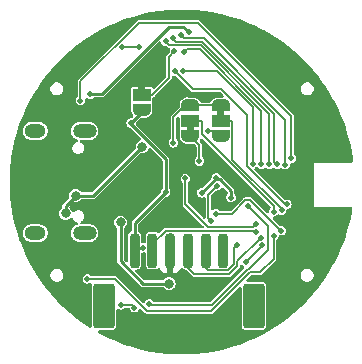
<source format=gbr>
%TF.GenerationSoftware,KiCad,Pcbnew,8.0.7*%
%TF.CreationDate,2025-01-11T23:39:27+09:00*%
%TF.ProjectId,epaper-smart-watch,65706170-6572-42d7-936d-6172742d7761,rev?*%
%TF.SameCoordinates,Original*%
%TF.FileFunction,Copper,L4,Bot*%
%TF.FilePolarity,Positive*%
%FSLAX46Y46*%
G04 Gerber Fmt 4.6, Leading zero omitted, Abs format (unit mm)*
G04 Created by KiCad (PCBNEW 8.0.7) date 2025-01-11 23:39:27*
%MOMM*%
%LPD*%
G01*
G04 APERTURE LIST*
G04 Aperture macros list*
%AMRoundRect*
0 Rectangle with rounded corners*
0 $1 Rounding radius*
0 $2 $3 $4 $5 $6 $7 $8 $9 X,Y pos of 4 corners*
0 Add a 4 corners polygon primitive as box body*
4,1,4,$2,$3,$4,$5,$6,$7,$8,$9,$2,$3,0*
0 Add four circle primitives for the rounded corners*
1,1,$1+$1,$2,$3*
1,1,$1+$1,$4,$5*
1,1,$1+$1,$6,$7*
1,1,$1+$1,$8,$9*
0 Add four rect primitives between the rounded corners*
20,1,$1+$1,$2,$3,$4,$5,0*
20,1,$1+$1,$4,$5,$6,$7,0*
20,1,$1+$1,$6,$7,$8,$9,0*
20,1,$1+$1,$8,$9,$2,$3,0*%
%AMFreePoly0*
4,1,19,0.550000,-0.750000,0.000000,-0.750000,0.000000,-0.744911,-0.071157,-0.744911,-0.207708,-0.704816,-0.327430,-0.627875,-0.420627,-0.520320,-0.479746,-0.390866,-0.500000,-0.250000,-0.500000,0.250000,-0.479746,0.390866,-0.420627,0.520320,-0.327430,0.627875,-0.207708,0.704816,-0.071157,0.744911,0.000000,0.744911,0.000000,0.750000,0.550000,0.750000,0.550000,-0.750000,0.550000,-0.750000,
$1*%
%AMFreePoly1*
4,1,19,0.000000,0.744911,0.071157,0.744911,0.207708,0.704816,0.327430,0.627875,0.420627,0.520320,0.479746,0.390866,0.500000,0.250000,0.500000,-0.250000,0.479746,-0.390866,0.420627,-0.520320,0.327430,-0.627875,0.207708,-0.704816,0.071157,-0.744911,0.000000,-0.744911,0.000000,-0.750000,-0.550000,-0.750000,-0.550000,0.750000,0.000000,0.750000,0.000000,0.744911,0.000000,0.744911,
$1*%
G04 Aperture macros list end*
%TA.AperFunction,EtchedComponent*%
%ADD10C,0.000000*%
%TD*%
%TA.AperFunction,ComponentPad*%
%ADD11O,2.000000X1.200000*%
%TD*%
%TA.AperFunction,ComponentPad*%
%ADD12O,1.800000X1.200000*%
%TD*%
%TA.AperFunction,SMDPad,CuDef*%
%ADD13RoundRect,0.200000X0.200000X1.250000X-0.200000X1.250000X-0.200000X-1.250000X0.200000X-1.250000X0*%
%TD*%
%TA.AperFunction,SMDPad,CuDef*%
%ADD14RoundRect,0.250000X0.650000X1.650000X-0.650000X1.650000X-0.650000X-1.650000X0.650000X-1.650000X0*%
%TD*%
%TA.AperFunction,SMDPad,CuDef*%
%ADD15FreePoly0,90.000000*%
%TD*%
%TA.AperFunction,SMDPad,CuDef*%
%ADD16R,1.500000X1.000000*%
%TD*%
%TA.AperFunction,SMDPad,CuDef*%
%ADD17FreePoly1,90.000000*%
%TD*%
%TA.AperFunction,SMDPad,CuDef*%
%ADD18FreePoly0,270.000000*%
%TD*%
%TA.AperFunction,SMDPad,CuDef*%
%ADD19FreePoly1,270.000000*%
%TD*%
%TA.AperFunction,ViaPad*%
%ADD20C,0.500000*%
%TD*%
%TA.AperFunction,ViaPad*%
%ADD21C,0.800000*%
%TD*%
%TA.AperFunction,Conductor*%
%ADD22C,0.230000*%
%TD*%
%TA.AperFunction,Conductor*%
%ADD23C,0.150000*%
%TD*%
G04 APERTURE END LIST*
D10*
%TA.AperFunction,EtchedComponent*%
%TO.C,JP2*%
G36*
X144800000Y-91700000D02*
G01*
X144200000Y-91700000D01*
X144200000Y-91200000D01*
X144800000Y-91200000D01*
X144800000Y-91700000D01*
G37*
%TD.AperFunction*%
%TA.AperFunction,EtchedComponent*%
%TO.C,JP1*%
G36*
X147400000Y-90400000D02*
G01*
X146800000Y-90400000D01*
X146800000Y-89900000D01*
X147400000Y-89900000D01*
X147400000Y-90400000D01*
G37*
%TD.AperFunction*%
%TA.AperFunction,EtchedComponent*%
%TO.C,JP3*%
G36*
X140700000Y-88200000D02*
G01*
X140100000Y-88200000D01*
X140100000Y-87700000D01*
X140700000Y-87700000D01*
X140700000Y-88200000D01*
G37*
%TD.AperFunction*%
%TD*%
D11*
%TO.P,P1,1*%
%TO.N,N/C*%
X135551000Y-91680000D03*
%TO.P,P1,2*%
X135551000Y-100320000D03*
D12*
%TO.P,P1,3*%
X131371000Y-91680000D03*
%TO.P,P1,4*%
X131371000Y-100320000D03*
%TD*%
D13*
%TO.P,SWD1,1,1*%
%TO.N,unconnected-(SWD1-Pad1)*%
X147300000Y-101800000D03*
%TO.P,SWD1,2,2*%
%TO.N,/NRST*%
X145800000Y-101800000D03*
%TO.P,SWD1,3,3*%
%TO.N,/SWDIO*%
X144300000Y-101800000D03*
%TO.P,SWD1,4,4*%
%TO.N,GND*%
X142800000Y-101800000D03*
%TO.P,SWD1,5,5*%
%TO.N,/SWDCLK*%
X141300000Y-101800000D03*
%TO.P,SWD1,6,6*%
%TO.N,/EPD_VDD*%
X139800000Y-101800000D03*
D14*
%TO.P,SWD1,MP*%
%TO.N,N/C*%
X149900000Y-106500000D03*
X137200000Y-106500000D03*
%TD*%
D15*
%TO.P,JP2,1,A*%
%TO.N,Net-(JP1-B)*%
X144500000Y-92100000D03*
D16*
%TO.P,JP2,2,C*%
%TO.N,/RXD*%
X144500000Y-90800000D03*
D17*
%TO.P,JP2,3,B*%
%TO.N,Net-(JP1-A)*%
X144500000Y-89500000D03*
%TD*%
D18*
%TO.P,JP1,1,A*%
%TO.N,Net-(JP1-A)*%
X147100000Y-89500000D03*
D16*
%TO.P,JP1,2,C*%
%TO.N,/TXD*%
X147100000Y-90800000D03*
D19*
%TO.P,JP1,3,B*%
%TO.N,Net-(JP1-B)*%
X147100000Y-92100000D03*
%TD*%
D18*
%TO.P,JP3,1,A*%
%TO.N,GND*%
X140400000Y-87300000D03*
D16*
%TO.P,JP3,2,C*%
%TO.N,Net-(J1-Pin_16)*%
X140400000Y-88600000D03*
D19*
%TO.P,JP3,3,B*%
%TO.N,/EPD_VDD*%
X140400000Y-89900000D03*
%TD*%
D20*
%TO.N,GND*%
X134750000Y-85450000D03*
X156500000Y-101300000D03*
X153700000Y-90700000D03*
X149277183Y-96650407D03*
X143900000Y-88370000D03*
X141900000Y-104000000D03*
X145450000Y-95080000D03*
X150300000Y-86000000D03*
X141300000Y-97000000D03*
X140670000Y-91380000D03*
X131390000Y-95560000D03*
X135800000Y-103140000D03*
X136900000Y-90800000D03*
X144650000Y-104800000D03*
X145160000Y-97500000D03*
X156700000Y-90500000D03*
X154300000Y-92600000D03*
D21*
%TO.N,/VBUS*%
X138600001Y-99399999D03*
X133950000Y-98650000D03*
X134800000Y-97151000D03*
X142699990Y-104600000D03*
X140447700Y-93002300D03*
D20*
%TO.N,/EPD_VDD*%
X145459897Y-96911210D03*
X146698823Y-95658541D03*
X140470000Y-101580000D03*
X144382487Y-83335777D03*
X139500000Y-91000000D03*
X142420000Y-96840000D03*
X136033821Y-88566183D03*
X147950000Y-97310000D03*
%TO.N,Net-(PS1-ISET)*%
X138600000Y-106400000D03*
X139780000Y-106640000D03*
%TO.N,/CSB*%
X150495725Y-94497477D03*
X144010000Y-84960000D03*
%TO.N,/DC*%
X143022574Y-83822781D03*
X151854094Y-94491921D03*
%TO.N,/RST_N*%
X152689703Y-97880000D03*
X143219998Y-86600002D03*
%TO.N,/BUSY*%
X142425001Y-84095001D03*
X151180000Y-94510000D03*
%TO.N,/RESR*%
X138760002Y-84580000D03*
X140174822Y-84574822D03*
%TO.N,/BATMS*%
X141010000Y-106300000D03*
X149370000Y-98005000D03*
%TO.N,/NRST*%
X148420000Y-101360000D03*
X146270000Y-99310000D03*
X146803864Y-96300000D03*
%TO.N,/SWDIO*%
X150484857Y-100715737D03*
%TO.N,/SWDCLK*%
X150045439Y-100236765D03*
%TO.N,/BTN_1*%
X153070000Y-93980000D03*
X135200000Y-89099990D03*
%TO.N,/BTN_4*%
X151570000Y-100530000D03*
X135800000Y-104200000D03*
%TO.N,Net-(JP1-A)*%
X143080000Y-92680000D03*
%TO.N,/TXD*%
X152239992Y-98410000D03*
%TO.N,Net-(JP1-B)*%
X146003805Y-91703805D03*
X145280000Y-94220000D03*
%TO.N,/RXD*%
X151570000Y-98500010D03*
%TO.N,/Accel_INT1*%
X150037434Y-99549007D03*
X144100000Y-95700004D03*
%TO.N,/EPD_MOSI*%
X149775380Y-94448885D03*
X143901008Y-86608992D03*
%TO.N,/EPD_SPICL*%
X152560000Y-94530000D03*
X143738845Y-83535723D03*
%TO.N,Net-(J1-Pin_16)*%
X143170028Y-84939986D03*
%TO.N,/VIB*%
X149255876Y-102785876D03*
X150598102Y-101355799D03*
%TO.N,/Accel_CS*%
X146670000Y-98680000D03*
X152190000Y-100120000D03*
%TD*%
D22*
%TO.N,/VBUS*%
X136299000Y-97151000D02*
X140447700Y-93002300D01*
X133950000Y-98001000D02*
X134800000Y-97151000D01*
X134800000Y-97151000D02*
X136299000Y-97151000D01*
X133950000Y-98650000D02*
X133950000Y-98001000D01*
X142699990Y-104600000D02*
X140492391Y-104600000D01*
X140492391Y-104600000D02*
X138600001Y-102707610D01*
X138600001Y-102707610D02*
X138600001Y-99399999D01*
%TO.N,/EPD_VDD*%
X137003817Y-88566183D02*
X142685389Y-82884611D01*
X140400000Y-90100000D02*
X139500000Y-91000000D01*
X142420000Y-96840000D02*
X142420000Y-94034147D01*
X140020000Y-101580000D02*
X139800000Y-101800000D01*
X146698823Y-95785000D02*
X146698823Y-95658541D01*
X147950000Y-97310000D02*
X147950000Y-96717816D01*
X147017184Y-95785000D02*
X146698823Y-95785000D01*
X143931321Y-82884611D02*
X144382487Y-83335777D01*
X142420000Y-94034147D02*
X139500000Y-91114147D01*
X139500000Y-91114147D02*
X139500000Y-91000000D01*
X139800000Y-101800000D02*
X139800014Y-101800014D01*
X139800000Y-99460000D02*
X139800000Y-101800000D01*
X136033821Y-88566183D02*
X137003817Y-88566183D01*
X147950000Y-96717816D02*
X147017184Y-95785000D01*
X142420000Y-96840000D02*
X139800000Y-99460000D01*
X146698823Y-95672284D02*
X145459897Y-96911210D01*
X142685389Y-82884611D02*
X143931321Y-82884611D01*
X140470000Y-101580000D02*
X140020000Y-101580000D01*
X146698823Y-95658541D02*
X146698823Y-95672284D01*
D23*
%TO.N,Net-(PS1-ISET)*%
X139540000Y-106400000D02*
X138600000Y-106400000D01*
X139780000Y-106640000D02*
X139540000Y-106400000D01*
%TO.N,/CSB*%
X145294264Y-84750000D02*
X150495725Y-89951461D01*
X150495725Y-89951461D02*
X150495725Y-94497477D01*
X144220000Y-84750000D02*
X145294264Y-84750000D01*
X144010000Y-84960000D02*
X144220000Y-84750000D01*
%TO.N,/DC*%
X151854094Y-94491921D02*
X151635170Y-94272997D01*
X151635170Y-90242378D02*
X145503569Y-84110777D01*
X143310570Y-84110777D02*
X143022574Y-83822781D01*
X145503569Y-84110777D02*
X143310570Y-84110777D01*
X151635170Y-94272997D02*
X151635170Y-90242378D01*
%TO.N,/RST_N*%
X147126397Y-88150000D02*
X144769996Y-88150000D01*
X152689703Y-97880000D02*
X152534743Y-97880000D01*
X144769996Y-88150000D02*
X143219998Y-86600002D01*
X152534743Y-97880000D02*
X149300380Y-94645637D01*
X149300380Y-94645637D02*
X149300380Y-90323983D01*
X149300380Y-90323983D02*
X147126397Y-88150000D01*
%TO.N,/BUSY*%
X151180000Y-94510000D02*
X151180000Y-90211472D01*
X142740777Y-84410777D02*
X142425001Y-84095001D01*
X145379305Y-84410777D02*
X142740777Y-84410777D01*
X151180000Y-90211472D02*
X145379305Y-84410777D01*
%TO.N,/RESR*%
X140174822Y-84574822D02*
X138765180Y-84574822D01*
X138765180Y-84574822D02*
X138760002Y-84580000D01*
%TO.N,/BATMS*%
X151070000Y-101410000D02*
X151078806Y-101401194D01*
X149370000Y-103330000D02*
X149487612Y-103330000D01*
X146310000Y-106390000D02*
X149370000Y-103330000D01*
X141010000Y-106300000D02*
X141100000Y-106390000D01*
X151078806Y-101401194D02*
X151078806Y-99713806D01*
X151078806Y-99713806D02*
X149370000Y-98005000D01*
X151070000Y-101747612D02*
X151070000Y-101410000D01*
X149487612Y-103330000D02*
X151070000Y-101747612D01*
X141100000Y-106390000D02*
X146310000Y-106390000D01*
%TO.N,/NRST*%
X148200000Y-102956582D02*
X147681582Y-103475000D01*
X147681582Y-103475000D02*
X146025000Y-103475000D01*
X145800000Y-103250000D02*
X145800000Y-101800000D01*
X148200000Y-101580000D02*
X148200000Y-102956582D01*
X146025000Y-103475000D02*
X145800000Y-103250000D01*
X146040000Y-97063864D02*
X146803864Y-96300000D01*
X146270000Y-99310000D02*
X146040000Y-99080000D01*
X146040000Y-99080000D02*
X146040000Y-97063864D01*
X148420000Y-101360000D02*
X148200000Y-101580000D01*
%TO.N,/SWDIO*%
X144300000Y-101800000D02*
X144300000Y-103250000D01*
X144825000Y-103775000D02*
X147805846Y-103775000D01*
X147805846Y-103775000D02*
X148500000Y-103080846D01*
X148500000Y-102700594D02*
X150484857Y-100715737D01*
X144300000Y-103250000D02*
X144825000Y-103775000D01*
X148500000Y-103080846D02*
X148500000Y-102700594D01*
%TO.N,/SWDCLK*%
X141300000Y-101243418D02*
X142418418Y-100125000D01*
X149933674Y-100125000D02*
X150045439Y-100236765D01*
X142418418Y-100125000D02*
X149933674Y-100125000D01*
%TO.N,/BTN_1*%
X140132666Y-82525582D02*
X145175582Y-82525582D01*
X135200000Y-89099990D02*
X135200000Y-87458248D01*
X153070000Y-90420000D02*
X153070000Y-93980000D01*
X135200000Y-87458248D02*
X140132666Y-82525582D01*
X145175582Y-82525582D02*
X153070000Y-90420000D01*
%TO.N,/BTN_4*%
X140860071Y-106930000D02*
X146282795Y-106930000D01*
X146282795Y-106930000D02*
X149582795Y-103630000D01*
X151570000Y-102494264D02*
X151570000Y-100530000D01*
X138130071Y-104200000D02*
X140860071Y-106930000D01*
X150434264Y-103630000D02*
X151570000Y-102494264D01*
X149582795Y-103630000D02*
X150434264Y-103630000D01*
X135800000Y-104200000D02*
X138130071Y-104200000D01*
%TO.N,Net-(JP1-A)*%
X144500000Y-89500000D02*
X147100000Y-89500000D01*
X143080000Y-90514000D02*
X144094000Y-89500000D01*
X143080000Y-92680000D02*
X143080000Y-90514000D01*
%TO.N,/TXD*%
X148080000Y-90880000D02*
X148080000Y-94105416D01*
X152239992Y-98265408D02*
X152239992Y-98410000D01*
X148080000Y-94105416D02*
X152239992Y-98265408D01*
X148000000Y-90800000D02*
X148080000Y-90880000D01*
X147100000Y-90800000D02*
X148000000Y-90800000D01*
%TO.N,Net-(JP1-B)*%
X145280000Y-94220000D02*
X145280000Y-92880000D01*
X145280000Y-92880000D02*
X144500000Y-92100000D01*
X146703805Y-91703805D02*
X146003805Y-91703805D01*
X147100000Y-92100000D02*
X146703805Y-91703805D01*
%TO.N,/RXD*%
X144500000Y-90800000D02*
X145400000Y-90800000D01*
X151570000Y-98029841D02*
X151570000Y-98500010D01*
X145480000Y-91939841D02*
X151570000Y-98029841D01*
X145400000Y-90800000D02*
X145480000Y-90880000D01*
X145480000Y-90880000D02*
X145480000Y-91939841D01*
%TO.N,/Accel_INT1*%
X144100000Y-95700004D02*
X144100000Y-97871041D01*
X146038959Y-99810000D02*
X149776441Y-99810000D01*
X149776441Y-99810000D02*
X150037434Y-99549007D01*
X144100000Y-97871041D02*
X146038959Y-99810000D01*
%TO.N,/EPD_MOSI*%
X149775380Y-89655380D02*
X149775380Y-94448885D01*
X143901008Y-86608992D02*
X146728992Y-86608992D01*
X146728992Y-86608992D02*
X149775380Y-89655380D01*
%TO.N,/EPD_SPICL*%
X152560000Y-94530000D02*
X152560000Y-90742944D01*
X144013899Y-83810777D02*
X143738845Y-83535723D01*
X145627833Y-83810777D02*
X144013899Y-83810777D01*
X152560000Y-90742944D02*
X145627833Y-83810777D01*
%TO.N,Net-(J1-Pin_16)*%
X142710000Y-87190000D02*
X142710000Y-85400014D01*
X142710000Y-85400014D02*
X143170028Y-84939986D01*
X141300000Y-88600000D02*
X142710000Y-87190000D01*
X140400000Y-88600000D02*
X141300000Y-88600000D01*
%TO.N,/VIB*%
X149255876Y-102785876D02*
X150598102Y-101443650D01*
X150598102Y-101443650D02*
X150598102Y-101355799D01*
%TO.N,/Accel_CS*%
X148023248Y-98680000D02*
X149173248Y-97530000D01*
X149600000Y-97530000D02*
X152190000Y-100120000D01*
X149173248Y-97530000D02*
X149600000Y-97530000D01*
X146670000Y-98680000D02*
X148023248Y-98680000D01*
%TD*%
%TA.AperFunction,Conductor*%
%TO.N,GND*%
G36*
X144185492Y-81402670D02*
G01*
X144942474Y-81442343D01*
X144948896Y-81442848D01*
X145702824Y-81522089D01*
X145709196Y-81522928D01*
X146379800Y-81629142D01*
X146457887Y-81641510D01*
X146464270Y-81642693D01*
X146638858Y-81679802D01*
X147205719Y-81800292D01*
X147212001Y-81801800D01*
X147944224Y-81997998D01*
X147950400Y-81999827D01*
X148671334Y-82234074D01*
X148677431Y-82236232D01*
X149385104Y-82507883D01*
X149391097Y-82510365D01*
X150083588Y-82818682D01*
X150089414Y-82821460D01*
X150454976Y-83007724D01*
X150764825Y-83165600D01*
X150770530Y-83168698D01*
X151426995Y-83547708D01*
X151432494Y-83551078D01*
X152068242Y-83963938D01*
X152073558Y-83967591D01*
X152598965Y-84349322D01*
X152686806Y-84413142D01*
X152691951Y-84417089D01*
X152775283Y-84484570D01*
X153281046Y-84894129D01*
X153285982Y-84898345D01*
X153849289Y-85405549D01*
X153853998Y-85410018D01*
X154389981Y-85946001D01*
X154394450Y-85950710D01*
X154901654Y-86514017D01*
X154905870Y-86518953D01*
X155382905Y-87108042D01*
X155386856Y-87113192D01*
X155783767Y-87659493D01*
X155832396Y-87726424D01*
X155836067Y-87731765D01*
X156231821Y-88341172D01*
X156248910Y-88367487D01*
X156252298Y-88373015D01*
X156265098Y-88395185D01*
X156631301Y-89029469D01*
X156634399Y-89035174D01*
X156978530Y-89710568D01*
X156981325Y-89716428D01*
X157289632Y-90408898D01*
X157292116Y-90414895D01*
X157563762Y-91122556D01*
X157565929Y-91128676D01*
X157800164Y-91849575D01*
X157802008Y-91855800D01*
X157998195Y-92587983D01*
X157999710Y-92594295D01*
X158157306Y-93335729D01*
X158158489Y-93342112D01*
X158277066Y-94090771D01*
X158277914Y-94097207D01*
X158290088Y-94213040D01*
X158277520Y-94281768D01*
X158229788Y-94332792D01*
X158166768Y-94350000D01*
X155000000Y-94350000D01*
X155000000Y-98100000D01*
X158101666Y-98100000D01*
X158168705Y-98119685D01*
X158214460Y-98172489D01*
X158224404Y-98241647D01*
X158224148Y-98243341D01*
X158215946Y-98295125D01*
X158158489Y-98657887D01*
X158157306Y-98664270D01*
X157999710Y-99405704D01*
X157998195Y-99412016D01*
X157802008Y-100144199D01*
X157800164Y-100150424D01*
X157565929Y-100871323D01*
X157563762Y-100877443D01*
X157292116Y-101585104D01*
X157289632Y-101591101D01*
X156981325Y-102283571D01*
X156978530Y-102289431D01*
X156634399Y-102964825D01*
X156631301Y-102970530D01*
X156252302Y-103626977D01*
X156248910Y-103632512D01*
X155836073Y-104268225D01*
X155832396Y-104273575D01*
X155386857Y-104886806D01*
X155382905Y-104891957D01*
X154905870Y-105481046D01*
X154901654Y-105485982D01*
X154394450Y-106049289D01*
X154389981Y-106053998D01*
X153853998Y-106589981D01*
X153849289Y-106594450D01*
X153285982Y-107101654D01*
X153281046Y-107105870D01*
X152691957Y-107582905D01*
X152686806Y-107586857D01*
X152073575Y-108032396D01*
X152068225Y-108036073D01*
X151432512Y-108448910D01*
X151426977Y-108452302D01*
X150770530Y-108831301D01*
X150764825Y-108834399D01*
X150089431Y-109178530D01*
X150083571Y-109181325D01*
X149391101Y-109489632D01*
X149385104Y-109492116D01*
X148677443Y-109763762D01*
X148671323Y-109765929D01*
X147950424Y-110000164D01*
X147944199Y-110002008D01*
X147212016Y-110198195D01*
X147205704Y-110199710D01*
X146464270Y-110357306D01*
X146457887Y-110358489D01*
X145709228Y-110477066D01*
X145702792Y-110477914D01*
X144948921Y-110557149D01*
X144942449Y-110557658D01*
X144185493Y-110597329D01*
X144179003Y-110597499D01*
X143420997Y-110597499D01*
X143414507Y-110597329D01*
X142657550Y-110557658D01*
X142651078Y-110557149D01*
X141897207Y-110477914D01*
X141890771Y-110477066D01*
X141142112Y-110358489D01*
X141135729Y-110357306D01*
X140394295Y-110199710D01*
X140387983Y-110198195D01*
X139655800Y-110002008D01*
X139649575Y-110000164D01*
X138928676Y-109765929D01*
X138922556Y-109763762D01*
X138214895Y-109492116D01*
X138208898Y-109489632D01*
X137516428Y-109181325D01*
X137510568Y-109178530D01*
X136835174Y-108834399D01*
X136829469Y-108831301D01*
X136743880Y-108781886D01*
X136695664Y-108731319D01*
X136682441Y-108662712D01*
X136708410Y-108597847D01*
X136765324Y-108557319D01*
X136805875Y-108550499D01*
X137881518Y-108550499D01*
X137975304Y-108535646D01*
X138088342Y-108478050D01*
X138178050Y-108388342D01*
X138235646Y-108275304D01*
X138235646Y-108275302D01*
X138235647Y-108275301D01*
X138250499Y-108181524D01*
X138250500Y-108181519D01*
X138250499Y-106873760D01*
X138270184Y-106806722D01*
X138322987Y-106760967D01*
X138392146Y-106751023D01*
X138430795Y-106763277D01*
X138474696Y-106785646D01*
X138474699Y-106785647D01*
X138599997Y-106805492D01*
X138600000Y-106805492D01*
X138600003Y-106805492D01*
X138725300Y-106785647D01*
X138725301Y-106785647D01*
X138725302Y-106785646D01*
X138725304Y-106785646D01*
X138838342Y-106728050D01*
X138904574Y-106661817D01*
X138965895Y-106628334D01*
X138992254Y-106625500D01*
X139266305Y-106625500D01*
X139333344Y-106645185D01*
X139379099Y-106697989D01*
X139388778Y-106730102D01*
X139394352Y-106765301D01*
X139394354Y-106765304D01*
X139451950Y-106878342D01*
X139451952Y-106878344D01*
X139451954Y-106878347D01*
X139541652Y-106968045D01*
X139541654Y-106968046D01*
X139541658Y-106968050D01*
X139654696Y-107025646D01*
X139654697Y-107025646D01*
X139654699Y-107025647D01*
X139779997Y-107045492D01*
X139780000Y-107045492D01*
X139780003Y-107045492D01*
X139905300Y-107025647D01*
X139905301Y-107025647D01*
X139905302Y-107025646D01*
X139905304Y-107025646D01*
X140018342Y-106968050D01*
X140108050Y-106878342D01*
X140159325Y-106777708D01*
X140207299Y-106726914D01*
X140275120Y-106710119D01*
X140341255Y-106732656D01*
X140357490Y-106746324D01*
X140661830Y-107050664D01*
X140661833Y-107050668D01*
X140668901Y-107057736D01*
X140732335Y-107121170D01*
X140756608Y-107131224D01*
X140756609Y-107131225D01*
X140756610Y-107131225D01*
X140815216Y-107155501D01*
X140815217Y-107155501D01*
X140919360Y-107155501D01*
X140919368Y-107155500D01*
X146223498Y-107155500D01*
X146223506Y-107155501D01*
X146237940Y-107155501D01*
X146327648Y-107155501D01*
X146327650Y-107155501D01*
X146386255Y-107131225D01*
X146410531Y-107121170D01*
X146473965Y-107057736D01*
X146473965Y-107057735D01*
X146491403Y-107040297D01*
X146491404Y-107040294D01*
X148637820Y-104893879D01*
X148699142Y-104860395D01*
X148768834Y-104865379D01*
X148824767Y-104907251D01*
X148849184Y-104972715D01*
X148849500Y-104981561D01*
X148849500Y-108181517D01*
X148860292Y-108249657D01*
X148864354Y-108275304D01*
X148921950Y-108388342D01*
X148921952Y-108388344D01*
X148921954Y-108388347D01*
X149011652Y-108478045D01*
X149011654Y-108478046D01*
X149011658Y-108478050D01*
X149124694Y-108535645D01*
X149124698Y-108535647D01*
X149218475Y-108550499D01*
X149218481Y-108550500D01*
X150581518Y-108550499D01*
X150675304Y-108535646D01*
X150788342Y-108478050D01*
X150878050Y-108388342D01*
X150935646Y-108275304D01*
X150935646Y-108275302D01*
X150935647Y-108275301D01*
X150950499Y-108181524D01*
X150950500Y-108181519D01*
X150950499Y-104818482D01*
X150935646Y-104724696D01*
X150878050Y-104611658D01*
X150878046Y-104611654D01*
X150878045Y-104611652D01*
X150788347Y-104521954D01*
X150788344Y-104521952D01*
X150788342Y-104521950D01*
X150711517Y-104482805D01*
X150675301Y-104464352D01*
X150581524Y-104449500D01*
X149381561Y-104449500D01*
X149314522Y-104429815D01*
X149268767Y-104377011D01*
X149258823Y-104307853D01*
X149287848Y-104244297D01*
X149293868Y-104237831D01*
X149639881Y-103891819D01*
X149701204Y-103858334D01*
X149727562Y-103855500D01*
X150374967Y-103855500D01*
X150374975Y-103855501D01*
X150389409Y-103855501D01*
X150479116Y-103855501D01*
X150479119Y-103855501D01*
X150531357Y-103833862D01*
X150546658Y-103827525D01*
X153849500Y-103827525D01*
X153849500Y-103972475D01*
X153880912Y-104089705D01*
X153887017Y-104112488D01*
X153959488Y-104238011D01*
X153959490Y-104238013D01*
X153959491Y-104238015D01*
X154061985Y-104340509D01*
X154061986Y-104340510D01*
X154061988Y-104340511D01*
X154187511Y-104412982D01*
X154187512Y-104412982D01*
X154187515Y-104412984D01*
X154327525Y-104450500D01*
X154327528Y-104450500D01*
X154472472Y-104450500D01*
X154472475Y-104450500D01*
X154612485Y-104412984D01*
X154738015Y-104340509D01*
X154840509Y-104238015D01*
X154912984Y-104112485D01*
X154950500Y-103972475D01*
X154950500Y-103827525D01*
X154912984Y-103687515D01*
X154878032Y-103626977D01*
X154840511Y-103561988D01*
X154840506Y-103561982D01*
X154738017Y-103459493D01*
X154738011Y-103459488D01*
X154612488Y-103387017D01*
X154612489Y-103387017D01*
X154601006Y-103383940D01*
X154472475Y-103349500D01*
X154327525Y-103349500D01*
X154198993Y-103383940D01*
X154187511Y-103387017D01*
X154061988Y-103459488D01*
X154061982Y-103459493D01*
X153959493Y-103561982D01*
X153959488Y-103561988D01*
X153887017Y-103687511D01*
X153887016Y-103687515D01*
X153849500Y-103827525D01*
X150546658Y-103827525D01*
X150546660Y-103827523D01*
X150562000Y-103821170D01*
X150625434Y-103757736D01*
X150625434Y-103757735D01*
X150642872Y-103740297D01*
X150642874Y-103740294D01*
X151680294Y-102702874D01*
X151680297Y-102702872D01*
X151697735Y-102685434D01*
X151697736Y-102685434D01*
X151761170Y-102622000D01*
X151761170Y-102621998D01*
X151761172Y-102621997D01*
X151778335Y-102580559D01*
X151795500Y-102539119D01*
X151795500Y-100922254D01*
X151815185Y-100855215D01*
X151831814Y-100834577D01*
X151898050Y-100768342D01*
X151955646Y-100655304D01*
X151962040Y-100614931D01*
X151991968Y-100551799D01*
X152051278Y-100514867D01*
X152103911Y-100511857D01*
X152189998Y-100525492D01*
X152190000Y-100525492D01*
X152190003Y-100525492D01*
X152315300Y-100505647D01*
X152315301Y-100505647D01*
X152315302Y-100505646D01*
X152315304Y-100505646D01*
X152428342Y-100448050D01*
X152518050Y-100358342D01*
X152575646Y-100245304D01*
X152575646Y-100245302D01*
X152575647Y-100245301D01*
X152575647Y-100245300D01*
X152595492Y-100120003D01*
X152595492Y-100119996D01*
X152575647Y-99994699D01*
X152575647Y-99994698D01*
X152566407Y-99976564D01*
X152518050Y-99881658D01*
X152518046Y-99881654D01*
X152518045Y-99881652D01*
X152428347Y-99791954D01*
X152428344Y-99791952D01*
X152428342Y-99791950D01*
X152315304Y-99734354D01*
X152315303Y-99734353D01*
X152315300Y-99734352D01*
X152190003Y-99714508D01*
X152189995Y-99714508D01*
X152177647Y-99716463D01*
X152108354Y-99707505D01*
X152070575Y-99681670D01*
X151504172Y-99115267D01*
X151470687Y-99053944D01*
X151475671Y-98984252D01*
X151517543Y-98928319D01*
X151572452Y-98905113D01*
X151695304Y-98885656D01*
X151808342Y-98828060D01*
X151869516Y-98766885D01*
X151930837Y-98733402D01*
X152000529Y-98738386D01*
X152013486Y-98744081D01*
X152114688Y-98795646D01*
X152114689Y-98795646D01*
X152114691Y-98795647D01*
X152239989Y-98815492D01*
X152239992Y-98815492D01*
X152239995Y-98815492D01*
X152365292Y-98795647D01*
X152365293Y-98795647D01*
X152365294Y-98795646D01*
X152365296Y-98795646D01*
X152478334Y-98738050D01*
X152568042Y-98648342D01*
X152625638Y-98535304D01*
X152625638Y-98535302D01*
X152625639Y-98535301D01*
X152625639Y-98535300D01*
X152645484Y-98410003D01*
X152645484Y-98400241D01*
X152649007Y-98400241D01*
X152655662Y-98348594D01*
X152700637Y-98295125D01*
X152749797Y-98275974D01*
X152815007Y-98265646D01*
X152928045Y-98208050D01*
X153017753Y-98118342D01*
X153075349Y-98005304D01*
X153075349Y-98005302D01*
X153075350Y-98005301D01*
X153075350Y-98005300D01*
X153095195Y-97880003D01*
X153095195Y-97879996D01*
X153075350Y-97754699D01*
X153075350Y-97754698D01*
X153050664Y-97706250D01*
X153017753Y-97641658D01*
X153017749Y-97641654D01*
X153017748Y-97641652D01*
X152928050Y-97551954D01*
X152928047Y-97551952D01*
X152928045Y-97551950D01*
X152815007Y-97494354D01*
X152815006Y-97494353D01*
X152815003Y-97494352D01*
X152689706Y-97474508D01*
X152689701Y-97474508D01*
X152564395Y-97494354D01*
X152563897Y-97494516D01*
X152563258Y-97494534D01*
X152554761Y-97495880D01*
X152554586Y-97494781D01*
X152494056Y-97496504D01*
X152437910Y-97464262D01*
X149960085Y-94986437D01*
X149926600Y-94925114D01*
X149931584Y-94855422D01*
X149973456Y-94799489D01*
X149991459Y-94788278D01*
X150013722Y-94776935D01*
X150023574Y-94767082D01*
X150084894Y-94733598D01*
X150154586Y-94738580D01*
X150198937Y-94767082D01*
X150257377Y-94825522D01*
X150257379Y-94825523D01*
X150257383Y-94825527D01*
X150370421Y-94883123D01*
X150370422Y-94883123D01*
X150370424Y-94883124D01*
X150495722Y-94902969D01*
X150495725Y-94902969D01*
X150495728Y-94902969D01*
X150621025Y-94883124D01*
X150621026Y-94883124D01*
X150621027Y-94883123D01*
X150621029Y-94883123D01*
X150734067Y-94825527D01*
X150743916Y-94815677D01*
X150805235Y-94782190D01*
X150874927Y-94787171D01*
X150919281Y-94815674D01*
X150941652Y-94838045D01*
X150941654Y-94838046D01*
X150941658Y-94838050D01*
X151054696Y-94895646D01*
X151054697Y-94895646D01*
X151054699Y-94895647D01*
X151179997Y-94915492D01*
X151180000Y-94915492D01*
X151180003Y-94915492D01*
X151305300Y-94895647D01*
X151305301Y-94895647D01*
X151305302Y-94895646D01*
X151305304Y-94895646D01*
X151418342Y-94838050D01*
X151438405Y-94817986D01*
X151499726Y-94784502D01*
X151569417Y-94789485D01*
X151613767Y-94817987D01*
X151615746Y-94819966D01*
X151615748Y-94819967D01*
X151615752Y-94819971D01*
X151728790Y-94877567D01*
X151728791Y-94877567D01*
X151728793Y-94877568D01*
X151854091Y-94897413D01*
X151854094Y-94897413D01*
X151854097Y-94897413D01*
X151979394Y-94877568D01*
X151979395Y-94877568D01*
X151979396Y-94877567D01*
X151979398Y-94877567D01*
X152092436Y-94819971D01*
X152100323Y-94812084D01*
X152161645Y-94778597D01*
X152231337Y-94783579D01*
X152275688Y-94812081D01*
X152321652Y-94858045D01*
X152321654Y-94858046D01*
X152321658Y-94858050D01*
X152434696Y-94915646D01*
X152434697Y-94915646D01*
X152434699Y-94915647D01*
X152559997Y-94935492D01*
X152560000Y-94935492D01*
X152560003Y-94935492D01*
X152685300Y-94915647D01*
X152685301Y-94915647D01*
X152685302Y-94915646D01*
X152685304Y-94915646D01*
X152798342Y-94858050D01*
X152888050Y-94768342D01*
X152945646Y-94655304D01*
X152945646Y-94655302D01*
X152945647Y-94655301D01*
X152945647Y-94655300D01*
X152965492Y-94530003D01*
X152965492Y-94529997D01*
X152965120Y-94527649D01*
X152965492Y-94524770D01*
X152965492Y-94520241D01*
X152966077Y-94520241D01*
X152974075Y-94458355D01*
X153019071Y-94404903D01*
X153068196Y-94385778D01*
X153195300Y-94365647D01*
X153195301Y-94365647D01*
X153195302Y-94365646D01*
X153195304Y-94365646D01*
X153308342Y-94308050D01*
X153398050Y-94218342D01*
X153455646Y-94105304D01*
X153455646Y-94105302D01*
X153455647Y-94105301D01*
X153455647Y-94105300D01*
X153475492Y-93980003D01*
X153475492Y-93979996D01*
X153455647Y-93854699D01*
X153455647Y-93854698D01*
X153455344Y-93854103D01*
X153398050Y-93741658D01*
X153398046Y-93741654D01*
X153398045Y-93741652D01*
X153331819Y-93675426D01*
X153298334Y-93614103D01*
X153295500Y-93587745D01*
X153295500Y-90479297D01*
X153295501Y-90479288D01*
X153295501Y-90375146D01*
X153295501Y-90375145D01*
X153261170Y-90292265D01*
X153261170Y-90292264D01*
X153197736Y-90228830D01*
X153190671Y-90221765D01*
X153190664Y-90221759D01*
X150996430Y-88027525D01*
X153849500Y-88027525D01*
X153849500Y-88172475D01*
X153883854Y-88300683D01*
X153887017Y-88312488D01*
X153959488Y-88438011D01*
X153959490Y-88438013D01*
X153959491Y-88438015D01*
X154061985Y-88540509D01*
X154061986Y-88540510D01*
X154061988Y-88540511D01*
X154187511Y-88612982D01*
X154187512Y-88612982D01*
X154187515Y-88612984D01*
X154327525Y-88650500D01*
X154327528Y-88650500D01*
X154472472Y-88650500D01*
X154472475Y-88650500D01*
X154612485Y-88612984D01*
X154738015Y-88540509D01*
X154840509Y-88438015D01*
X154912984Y-88312485D01*
X154950500Y-88172475D01*
X154950500Y-88027525D01*
X154912984Y-87887515D01*
X154840509Y-87761985D01*
X154738015Y-87659491D01*
X154738013Y-87659490D01*
X154738011Y-87659488D01*
X154612488Y-87587017D01*
X154612489Y-87587017D01*
X154601006Y-87583940D01*
X154472475Y-87549500D01*
X154327525Y-87549500D01*
X154198993Y-87583940D01*
X154187511Y-87587017D01*
X154061988Y-87659488D01*
X154061982Y-87659493D01*
X153959493Y-87761982D01*
X153959488Y-87761988D01*
X153887017Y-87887511D01*
X153882583Y-87904055D01*
X153849500Y-88027525D01*
X150996430Y-88027525D01*
X145384192Y-82415287D01*
X145366752Y-82397846D01*
X145303318Y-82334412D01*
X145303317Y-82334411D01*
X145279039Y-82324354D01*
X145279039Y-82324353D01*
X145220440Y-82300082D01*
X145220438Y-82300081D01*
X145220437Y-82300081D01*
X145130727Y-82300081D01*
X145116293Y-82300081D01*
X145116285Y-82300082D01*
X140087811Y-82300082D01*
X140087809Y-82300082D01*
X140087807Y-82300083D01*
X140004932Y-82334409D01*
X135008830Y-87330511D01*
X135008830Y-87330513D01*
X134974499Y-87413392D01*
X134974499Y-87517536D01*
X134974500Y-87517545D01*
X134974500Y-88707735D01*
X134954815Y-88774774D01*
X134938181Y-88795416D01*
X134871954Y-88861642D01*
X134871951Y-88861647D01*
X134871950Y-88861648D01*
X134858271Y-88888494D01*
X134814352Y-88974688D01*
X134814352Y-88974689D01*
X134794508Y-89099986D01*
X134794508Y-89099993D01*
X134814352Y-89225290D01*
X134814352Y-89225291D01*
X134825081Y-89246347D01*
X134871950Y-89338332D01*
X134871952Y-89338334D01*
X134871954Y-89338337D01*
X134961652Y-89428035D01*
X134961654Y-89428036D01*
X134961658Y-89428040D01*
X135074696Y-89485636D01*
X135074697Y-89485636D01*
X135074699Y-89485637D01*
X135199997Y-89505482D01*
X135200000Y-89505482D01*
X135200003Y-89505482D01*
X135325300Y-89485637D01*
X135325301Y-89485637D01*
X135325302Y-89485636D01*
X135325304Y-89485636D01*
X135438342Y-89428040D01*
X135528050Y-89338332D01*
X135585646Y-89225294D01*
X135585646Y-89225292D01*
X135585647Y-89225291D01*
X135585647Y-89225290D01*
X135605492Y-89099993D01*
X135605492Y-89099988D01*
X135590717Y-89006705D01*
X135599671Y-88937412D01*
X135644667Y-88883960D01*
X135711419Y-88863320D01*
X135778733Y-88882045D01*
X135787314Y-88888859D01*
X135787580Y-88888494D01*
X135795474Y-88894228D01*
X135795479Y-88894233D01*
X135908517Y-88951829D01*
X135908518Y-88951829D01*
X135908520Y-88951830D01*
X136033818Y-88971675D01*
X136033821Y-88971675D01*
X136033824Y-88971675D01*
X136159121Y-88951830D01*
X136159122Y-88951830D01*
X136159123Y-88951829D01*
X136159125Y-88951829D01*
X136272163Y-88894233D01*
X136284351Y-88882045D01*
X136298395Y-88868002D01*
X136359718Y-88834517D01*
X136386076Y-88831683D01*
X137056628Y-88831683D01*
X137056629Y-88831683D01*
X137154211Y-88791263D01*
X141824314Y-84121159D01*
X141885635Y-84087676D01*
X141955327Y-84092660D01*
X142011260Y-84134532D01*
X142034466Y-84189443D01*
X142039353Y-84220302D01*
X142039355Y-84220305D01*
X142096951Y-84333343D01*
X142096953Y-84333345D01*
X142096955Y-84333348D01*
X142186653Y-84423046D01*
X142186655Y-84423047D01*
X142186659Y-84423051D01*
X142299697Y-84480647D01*
X142299698Y-84480647D01*
X142299700Y-84480648D01*
X142424998Y-84500493D01*
X142425001Y-84500493D01*
X142437344Y-84498538D01*
X142506637Y-84507492D01*
X142544424Y-84533330D01*
X142549607Y-84538513D01*
X142613041Y-84601947D01*
X142637154Y-84611934D01*
X142637157Y-84611937D01*
X142637157Y-84611936D01*
X142695923Y-84636278D01*
X142695926Y-84636278D01*
X142698108Y-84636712D01*
X142702437Y-84638976D01*
X142707207Y-84640952D01*
X142707030Y-84641378D01*
X142760021Y-84669093D01*
X142794600Y-84729806D01*
X142790864Y-84799576D01*
X142784414Y-84814617D01*
X142784383Y-84814676D01*
X142784380Y-84814685D01*
X142764536Y-84939982D01*
X142764536Y-84939988D01*
X142766491Y-84952335D01*
X142757533Y-85021628D01*
X142731699Y-85059409D01*
X142582265Y-85208843D01*
X142518830Y-85272277D01*
X142518830Y-85272279D01*
X142484499Y-85355158D01*
X142484499Y-85459302D01*
X142484500Y-85459311D01*
X142484500Y-87045233D01*
X142464815Y-87112272D01*
X142448181Y-87132914D01*
X141495643Y-88085451D01*
X141434320Y-88118936D01*
X141364628Y-88113952D01*
X141308695Y-88072080D01*
X141293402Y-88045225D01*
X141291766Y-88041276D01*
X141258504Y-87991496D01*
X141258503Y-87991495D01*
X141208724Y-87958234D01*
X141208717Y-87958231D01*
X141164822Y-87949500D01*
X141164820Y-87949500D01*
X139635180Y-87949500D01*
X139635178Y-87949500D01*
X139591282Y-87958231D01*
X139591275Y-87958234D01*
X139541496Y-87991495D01*
X139541495Y-87991496D01*
X139508234Y-88041275D01*
X139508231Y-88041282D01*
X139499500Y-88085177D01*
X139499500Y-88085180D01*
X139499500Y-89114820D01*
X139499500Y-89114822D01*
X139499499Y-89114822D01*
X139508231Y-89158717D01*
X139512906Y-89170002D01*
X139510077Y-89171173D01*
X139525243Y-89219616D01*
X139515966Y-89255518D01*
X139519558Y-89256481D01*
X139494500Y-89350000D01*
X139494500Y-89971890D01*
X139500797Y-90015691D01*
X139500800Y-90015703D01*
X139541306Y-90153655D01*
X139559689Y-90193908D01*
X139559694Y-90193918D01*
X139637421Y-90314863D01*
X139637426Y-90314870D01*
X139641780Y-90319894D01*
X139670804Y-90383450D01*
X139660860Y-90452608D01*
X139635747Y-90488777D01*
X139564155Y-90560369D01*
X139502832Y-90593854D01*
X139495872Y-90595161D01*
X139374698Y-90614352D01*
X139299337Y-90652751D01*
X139261658Y-90671950D01*
X139261657Y-90671951D01*
X139261652Y-90671954D01*
X139171954Y-90761652D01*
X139171951Y-90761657D01*
X139171950Y-90761658D01*
X139152751Y-90799337D01*
X139114352Y-90874698D01*
X139114352Y-90874699D01*
X139094508Y-90999996D01*
X139094508Y-91000003D01*
X139114352Y-91125300D01*
X139114352Y-91125301D01*
X139116072Y-91128676D01*
X139171950Y-91238342D01*
X139171952Y-91238344D01*
X139171954Y-91238347D01*
X139261652Y-91328045D01*
X139261655Y-91328047D01*
X139261658Y-91328050D01*
X139315172Y-91355316D01*
X139374689Y-91385643D01*
X139374692Y-91385643D01*
X139374696Y-91385646D01*
X139374700Y-91385646D01*
X139377970Y-91386709D01*
X139427341Y-91416962D01*
X140294642Y-92284263D01*
X140328127Y-92345586D01*
X140323143Y-92415278D01*
X140281271Y-92471211D01*
X140254413Y-92486505D01*
X140170078Y-92521437D01*
X140170075Y-92521438D01*
X140170075Y-92521439D01*
X140126730Y-92554699D01*
X140055079Y-92609679D01*
X139966837Y-92724677D01*
X139911371Y-92858587D01*
X139911370Y-92858591D01*
X139892450Y-93002299D01*
X139892450Y-93002302D01*
X139905382Y-93100534D01*
X139894616Y-93169570D01*
X139870124Y-93204400D01*
X136225345Y-96849181D01*
X136164022Y-96882666D01*
X136137664Y-96885500D01*
X135351315Y-96885500D01*
X135284276Y-96865815D01*
X135252940Y-96836987D01*
X135220034Y-96794104D01*
X135192621Y-96758379D01*
X135077625Y-96670139D01*
X135077624Y-96670138D01*
X135077622Y-96670137D01*
X134943712Y-96614671D01*
X134943710Y-96614670D01*
X134943709Y-96614670D01*
X134844875Y-96601658D01*
X134800001Y-96595750D01*
X134799999Y-96595750D01*
X134656291Y-96614670D01*
X134656287Y-96614671D01*
X134522377Y-96670137D01*
X134407379Y-96758379D01*
X134319137Y-96873377D01*
X134263671Y-97007287D01*
X134263670Y-97007291D01*
X134244750Y-97150999D01*
X134244750Y-97151002D01*
X134257682Y-97249234D01*
X134246916Y-97318270D01*
X134222424Y-97353100D01*
X133724922Y-97850603D01*
X133724917Y-97850611D01*
X133703589Y-97902103D01*
X133703589Y-97902104D01*
X133684500Y-97948186D01*
X133684500Y-98098685D01*
X133664815Y-98165724D01*
X133635987Y-98197060D01*
X133557381Y-98257377D01*
X133557380Y-98257378D01*
X133557379Y-98257379D01*
X133529007Y-98294354D01*
X133469137Y-98372377D01*
X133413671Y-98506287D01*
X133413670Y-98506291D01*
X133394968Y-98648347D01*
X133394750Y-98650000D01*
X133407136Y-98744083D01*
X133413670Y-98793708D01*
X133413671Y-98793712D01*
X133469137Y-98927622D01*
X133469138Y-98927624D01*
X133469139Y-98927625D01*
X133557379Y-99042621D01*
X133672375Y-99130861D01*
X133672376Y-99130861D01*
X133672377Y-99130862D01*
X133702449Y-99143318D01*
X133806291Y-99186330D01*
X133933280Y-99203048D01*
X133949999Y-99205250D01*
X133950000Y-99205250D01*
X133950001Y-99205250D01*
X133964977Y-99203278D01*
X134093709Y-99186330D01*
X134227625Y-99130861D01*
X134342621Y-99042621D01*
X134342625Y-99042616D01*
X134348368Y-99036874D01*
X134350589Y-99039095D01*
X134395020Y-99006628D01*
X134464765Y-99002449D01*
X134525697Y-99036640D01*
X134551573Y-99075857D01*
X134554608Y-99083187D01*
X134573130Y-99115267D01*
X134620500Y-99197314D01*
X134713686Y-99290500D01*
X134827814Y-99356392D01*
X134892966Y-99373849D01*
X134952625Y-99410212D01*
X134983155Y-99473059D01*
X134974861Y-99542434D01*
X134930376Y-99596313D01*
X134908325Y-99608184D01*
X134795508Y-99654914D01*
X134795498Y-99654919D01*
X134672584Y-99737048D01*
X134672580Y-99737051D01*
X134568051Y-99841580D01*
X134568048Y-99841584D01*
X134485919Y-99964498D01*
X134485912Y-99964511D01*
X134429343Y-100101082D01*
X134429340Y-100101092D01*
X134400500Y-100246079D01*
X134400500Y-100246082D01*
X134400500Y-100393918D01*
X134400500Y-100393920D01*
X134400499Y-100393920D01*
X134429340Y-100538907D01*
X134429343Y-100538917D01*
X134485912Y-100675488D01*
X134485919Y-100675501D01*
X134568048Y-100798415D01*
X134568051Y-100798419D01*
X134672580Y-100902948D01*
X134672584Y-100902951D01*
X134795498Y-100985080D01*
X134795511Y-100985087D01*
X134908652Y-101031951D01*
X134932087Y-101041658D01*
X134932091Y-101041658D01*
X134932092Y-101041659D01*
X135077079Y-101070500D01*
X135077082Y-101070500D01*
X136024920Y-101070500D01*
X136125422Y-101050508D01*
X136169913Y-101041658D01*
X136306495Y-100985084D01*
X136429416Y-100902951D01*
X136533951Y-100798416D01*
X136616084Y-100675495D01*
X136672658Y-100538913D01*
X136690621Y-100448608D01*
X136701500Y-100393920D01*
X136701500Y-100246079D01*
X136672659Y-100101092D01*
X136672658Y-100101091D01*
X136672658Y-100101087D01*
X136649530Y-100045251D01*
X136616087Y-99964511D01*
X136616080Y-99964498D01*
X136533951Y-99841584D01*
X136533948Y-99841580D01*
X136429419Y-99737051D01*
X136429415Y-99737048D01*
X136306501Y-99654919D01*
X136306488Y-99654912D01*
X136169917Y-99598343D01*
X136169907Y-99598340D01*
X136024920Y-99569500D01*
X136024918Y-99569500D01*
X135307847Y-99569500D01*
X135240808Y-99549815D01*
X135195053Y-99497011D01*
X135185109Y-99427853D01*
X135214134Y-99364297D01*
X135245846Y-99338113D01*
X135328314Y-99290500D01*
X135421500Y-99197314D01*
X135487392Y-99083186D01*
X135521500Y-98955892D01*
X135521500Y-98824108D01*
X135487392Y-98696814D01*
X135421500Y-98582686D01*
X135328314Y-98489500D01*
X135248342Y-98443328D01*
X135214187Y-98423608D01*
X135126978Y-98400241D01*
X135086892Y-98389500D01*
X134955108Y-98389500D01*
X134827812Y-98423608D01*
X134713686Y-98489500D01*
X134713682Y-98489503D01*
X134679226Y-98523959D01*
X134617903Y-98557444D01*
X134548211Y-98552458D01*
X134492278Y-98510586D01*
X134476985Y-98483729D01*
X134430862Y-98372377D01*
X134430861Y-98372376D01*
X134430861Y-98372375D01*
X134342621Y-98257379D01*
X134320608Y-98240488D01*
X134300027Y-98224695D01*
X134258825Y-98168267D01*
X134254670Y-98098521D01*
X134287830Y-98038643D01*
X134597900Y-97728572D01*
X134659221Y-97695089D01*
X134701760Y-97693316D01*
X134800000Y-97706250D01*
X134943709Y-97687330D01*
X135077625Y-97631861D01*
X135192621Y-97543621D01*
X135245654Y-97474508D01*
X135252940Y-97465013D01*
X135309368Y-97423810D01*
X135351315Y-97416500D01*
X136351811Y-97416500D01*
X136351812Y-97416500D01*
X136449394Y-97376080D01*
X140245600Y-93579872D01*
X140306921Y-93546389D01*
X140349460Y-93544616D01*
X140447700Y-93557550D01*
X140591409Y-93538630D01*
X140725325Y-93483161D01*
X140840321Y-93394921D01*
X140928561Y-93279925D01*
X140963495Y-93195583D01*
X141007333Y-93141183D01*
X141073627Y-93119117D01*
X141141327Y-93136395D01*
X141165736Y-93155357D01*
X142118181Y-94107802D01*
X142151666Y-94169125D01*
X142154500Y-94195483D01*
X142154500Y-96487745D01*
X142134815Y-96554784D01*
X142118181Y-96575426D01*
X142091954Y-96601652D01*
X142091951Y-96601657D01*
X142034352Y-96714698D01*
X142015161Y-96835872D01*
X141985232Y-96899007D01*
X141980369Y-96904155D01*
X139574919Y-99309606D01*
X139574917Y-99309608D01*
X139541413Y-99390498D01*
X139541413Y-99390499D01*
X139534500Y-99407186D01*
X139534500Y-100114475D01*
X139514815Y-100181514D01*
X139464960Y-100225876D01*
X139393514Y-100260803D01*
X139310803Y-100343514D01*
X139259426Y-100448608D01*
X139249500Y-100516739D01*
X139249500Y-102682273D01*
X139229815Y-102749312D01*
X139177011Y-102795067D01*
X139107853Y-102805011D01*
X139044297Y-102775986D01*
X139037819Y-102769954D01*
X138901820Y-102633955D01*
X138868335Y-102572632D01*
X138865501Y-102546274D01*
X138865501Y-99951313D01*
X138885186Y-99884274D01*
X138914013Y-99852939D01*
X138992622Y-99792620D01*
X139080862Y-99677624D01*
X139136331Y-99543708D01*
X139155251Y-99399999D01*
X139136331Y-99256290D01*
X139084378Y-99130862D01*
X139080863Y-99122376D01*
X139080862Y-99122375D01*
X139080862Y-99122374D01*
X138992622Y-99007378D01*
X138877626Y-98919138D01*
X138877625Y-98919137D01*
X138877623Y-98919136D01*
X138743713Y-98863670D01*
X138743711Y-98863669D01*
X138743710Y-98863669D01*
X138671855Y-98854209D01*
X138600002Y-98844749D01*
X138600000Y-98844749D01*
X138456292Y-98863669D01*
X138456288Y-98863670D01*
X138322378Y-98919136D01*
X138207380Y-99007378D01*
X138119138Y-99122376D01*
X138063672Y-99256286D01*
X138063671Y-99256290D01*
X138044751Y-99399998D01*
X138044751Y-99399999D01*
X138063671Y-99543707D01*
X138063672Y-99543711D01*
X138119138Y-99677621D01*
X138119139Y-99677623D01*
X138119140Y-99677624D01*
X138206866Y-99791950D01*
X138207381Y-99792621D01*
X138226395Y-99807211D01*
X138285987Y-99852938D01*
X138327190Y-99909365D01*
X138334501Y-99951313D01*
X138334501Y-102654798D01*
X138334501Y-102760422D01*
X138374921Y-102858004D01*
X140341997Y-104825080D01*
X140439580Y-104865500D01*
X140545203Y-104865500D01*
X142148675Y-104865500D01*
X142215714Y-104885185D01*
X142247050Y-104914013D01*
X142265990Y-104938695D01*
X142307369Y-104992621D01*
X142422365Y-105080861D01*
X142556281Y-105136330D01*
X142683270Y-105153048D01*
X142699989Y-105155250D01*
X142699990Y-105155250D01*
X142699991Y-105155250D01*
X142714967Y-105153278D01*
X142843699Y-105136330D01*
X142977615Y-105080861D01*
X143092611Y-104992621D01*
X143180851Y-104877625D01*
X143236320Y-104743709D01*
X143255240Y-104600000D01*
X143236320Y-104456291D01*
X143185873Y-104334500D01*
X143180852Y-104322377D01*
X143180851Y-104322376D01*
X143180851Y-104322375D01*
X143092611Y-104207379D01*
X142977615Y-104119139D01*
X142977614Y-104119138D01*
X142977612Y-104119137D01*
X142843702Y-104063671D01*
X142843700Y-104063670D01*
X142843699Y-104063670D01*
X142771844Y-104054210D01*
X142699991Y-104044750D01*
X142699989Y-104044750D01*
X142556281Y-104063670D01*
X142556277Y-104063671D01*
X142422367Y-104119137D01*
X142364867Y-104163259D01*
X142307369Y-104207379D01*
X142307368Y-104207380D01*
X142307367Y-104207381D01*
X142247050Y-104285987D01*
X142190622Y-104327190D01*
X142148675Y-104334500D01*
X140653727Y-104334500D01*
X140586688Y-104314815D01*
X140566046Y-104298181D01*
X139880046Y-103612181D01*
X139846561Y-103550858D01*
X139851545Y-103481166D01*
X139893417Y-103425233D01*
X139958881Y-103400816D01*
X139967727Y-103400500D01*
X140033261Y-103400500D01*
X140055971Y-103397191D01*
X140101393Y-103390573D01*
X140206483Y-103339198D01*
X140289198Y-103256483D01*
X140340573Y-103151393D01*
X140350500Y-103083260D01*
X140350500Y-102109492D01*
X140370185Y-102042453D01*
X140422989Y-101996698D01*
X140460599Y-101988516D01*
X140460362Y-101987019D01*
X140604944Y-101964120D01*
X140605521Y-101967766D01*
X140656984Y-101966280D01*
X140716829Y-102002341D01*
X140747677Y-102065031D01*
X140749500Y-102086216D01*
X140749500Y-103083260D01*
X140759426Y-103151391D01*
X140810803Y-103256485D01*
X140893514Y-103339196D01*
X140893515Y-103339196D01*
X140893517Y-103339198D01*
X140998607Y-103390573D01*
X141032673Y-103395536D01*
X141066739Y-103400500D01*
X141066740Y-103400500D01*
X141533261Y-103400500D01*
X141555971Y-103397191D01*
X141601393Y-103390573D01*
X141706483Y-103339198D01*
X141752377Y-103293304D01*
X141813700Y-103259818D01*
X141883391Y-103264802D01*
X141939325Y-103306673D01*
X141952806Y-103333051D01*
X141953903Y-103332558D01*
X141956980Y-103339395D01*
X142044927Y-103484877D01*
X142165122Y-103605072D01*
X142310604Y-103693019D01*
X142310603Y-103693019D01*
X142472894Y-103743590D01*
X142472893Y-103743590D01*
X142543408Y-103749998D01*
X142543426Y-103749999D01*
X142549999Y-103749998D01*
X142550000Y-103749998D01*
X142550000Y-100474500D01*
X142569685Y-100407461D01*
X142622489Y-100361706D01*
X142674000Y-100350500D01*
X142926000Y-100350500D01*
X142993039Y-100370185D01*
X143038794Y-100422989D01*
X143050000Y-100474500D01*
X143050000Y-103749999D01*
X143056581Y-103749999D01*
X143127102Y-103743591D01*
X143127107Y-103743590D01*
X143289396Y-103693018D01*
X143434877Y-103605072D01*
X143555072Y-103484877D01*
X143643019Y-103339395D01*
X143646097Y-103332558D01*
X143648518Y-103333647D01*
X143680277Y-103285959D01*
X143744298Y-103257975D01*
X143813285Y-103269045D01*
X143847621Y-103293303D01*
X143893514Y-103339196D01*
X143893515Y-103339196D01*
X143893517Y-103339198D01*
X143998607Y-103390573D01*
X144032673Y-103395536D01*
X144066739Y-103400500D01*
X144066740Y-103400500D01*
X144080232Y-103400500D01*
X144147271Y-103420185D01*
X144167913Y-103436819D01*
X144189700Y-103458606D01*
X144189706Y-103458611D01*
X144626759Y-103895664D01*
X144626762Y-103895668D01*
X144633830Y-103902736D01*
X144697264Y-103966170D01*
X144697266Y-103966171D01*
X144697268Y-103966172D01*
X144712481Y-103972473D01*
X144712485Y-103972476D01*
X144712486Y-103972475D01*
X144780145Y-104000501D01*
X144780146Y-104000501D01*
X144884289Y-104000501D01*
X144884297Y-104000500D01*
X147746549Y-104000500D01*
X147746557Y-104000501D01*
X147760991Y-104000501D01*
X147850700Y-104000501D01*
X147850701Y-104000501D01*
X147918360Y-103972475D01*
X147933582Y-103966170D01*
X147997016Y-103902736D01*
X147997016Y-103902735D01*
X148014454Y-103885297D01*
X148014456Y-103885294D01*
X148627734Y-103272016D01*
X148627736Y-103272016D01*
X148691170Y-103208582D01*
X148706521Y-103171522D01*
X148725501Y-103125701D01*
X148725501Y-103121256D01*
X148745186Y-103054217D01*
X148797990Y-103008462D01*
X148867148Y-102998518D01*
X148930704Y-103027543D01*
X148937182Y-103033575D01*
X149017528Y-103113921D01*
X149017533Y-103113925D01*
X149017534Y-103113926D01*
X149030839Y-103120705D01*
X149081634Y-103168680D01*
X149098428Y-103236502D01*
X149075889Y-103302636D01*
X149062223Y-103318870D01*
X146252914Y-106128181D01*
X146191591Y-106161666D01*
X146165233Y-106164500D01*
X141466438Y-106164500D01*
X141399399Y-106144815D01*
X141355954Y-106096796D01*
X141351601Y-106088254D01*
X141338050Y-106061658D01*
X141338047Y-106061655D01*
X141338045Y-106061652D01*
X141248347Y-105971954D01*
X141248344Y-105971952D01*
X141248342Y-105971950D01*
X141135304Y-105914354D01*
X141135303Y-105914353D01*
X141135300Y-105914352D01*
X141010003Y-105894508D01*
X141009997Y-105894508D01*
X140884699Y-105914352D01*
X140884698Y-105914352D01*
X140809337Y-105952751D01*
X140771658Y-105971950D01*
X140771657Y-105971951D01*
X140771652Y-105971954D01*
X140681954Y-106061652D01*
X140681951Y-106061657D01*
X140681950Y-106061658D01*
X140637057Y-106149766D01*
X140634099Y-106155571D01*
X140586124Y-106206367D01*
X140518303Y-106223162D01*
X140452168Y-106200624D01*
X140435933Y-106186957D01*
X138338681Y-104089705D01*
X138321241Y-104072264D01*
X138257807Y-104008830D01*
X138257806Y-104008829D01*
X138233528Y-103998772D01*
X138233528Y-103998771D01*
X138174929Y-103974500D01*
X138174927Y-103974499D01*
X138174926Y-103974499D01*
X138085216Y-103974499D01*
X138070782Y-103974499D01*
X138070774Y-103974500D01*
X136192254Y-103974500D01*
X136125215Y-103954815D01*
X136104577Y-103938185D01*
X136038342Y-103871950D01*
X135925304Y-103814354D01*
X135925303Y-103814353D01*
X135925300Y-103814352D01*
X135800003Y-103794508D01*
X135799997Y-103794508D01*
X135674699Y-103814352D01*
X135674698Y-103814352D01*
X135599337Y-103852751D01*
X135561658Y-103871950D01*
X135561657Y-103871951D01*
X135561652Y-103871954D01*
X135471954Y-103961652D01*
X135471951Y-103961657D01*
X135471950Y-103961658D01*
X135466438Y-103972476D01*
X135414352Y-104074698D01*
X135414352Y-104074699D01*
X135394508Y-104199996D01*
X135394508Y-104200003D01*
X135414352Y-104325300D01*
X135414352Y-104325301D01*
X135422100Y-104340506D01*
X135471950Y-104438342D01*
X135471952Y-104438344D01*
X135471954Y-104438347D01*
X135561652Y-104528045D01*
X135561654Y-104528046D01*
X135561658Y-104528050D01*
X135674696Y-104585646D01*
X135674697Y-104585646D01*
X135674699Y-104585647D01*
X135799997Y-104605492D01*
X135800000Y-104605492D01*
X135800003Y-104605492D01*
X135925300Y-104585647D01*
X135925302Y-104585646D01*
X135925304Y-104585646D01*
X136003834Y-104545632D01*
X136072501Y-104532736D01*
X136137242Y-104559012D01*
X136177499Y-104616118D01*
X136180492Y-104685923D01*
X136170614Y-104712410D01*
X136164353Y-104724697D01*
X136164352Y-104724698D01*
X136149500Y-104818475D01*
X136149500Y-108181519D01*
X136151077Y-108191474D01*
X136142117Y-108260766D01*
X136097118Y-108314216D01*
X136030365Y-108334851D01*
X135963053Y-108316122D01*
X135961067Y-108314859D01*
X135755749Y-108181524D01*
X135531765Y-108036067D01*
X135526424Y-108032396D01*
X134913193Y-107586857D01*
X134908042Y-107582905D01*
X134318953Y-107105870D01*
X134314017Y-107101654D01*
X133750710Y-106594450D01*
X133746001Y-106589981D01*
X133210018Y-106053998D01*
X133205549Y-106049289D01*
X132698345Y-105485982D01*
X132694129Y-105481046D01*
X132217094Y-104891957D01*
X132213142Y-104886806D01*
X131767591Y-104273558D01*
X131763938Y-104268242D01*
X131477733Y-103827525D01*
X132649500Y-103827525D01*
X132649500Y-103972475D01*
X132680912Y-104089705D01*
X132687017Y-104112488D01*
X132759488Y-104238011D01*
X132759490Y-104238013D01*
X132759491Y-104238015D01*
X132861985Y-104340509D01*
X132861986Y-104340510D01*
X132861988Y-104340511D01*
X132987511Y-104412982D01*
X132987512Y-104412982D01*
X132987515Y-104412984D01*
X133127525Y-104450500D01*
X133127528Y-104450500D01*
X133272472Y-104450500D01*
X133272475Y-104450500D01*
X133412485Y-104412984D01*
X133538015Y-104340509D01*
X133640509Y-104238015D01*
X133712984Y-104112485D01*
X133750500Y-103972475D01*
X133750500Y-103827525D01*
X133712984Y-103687515D01*
X133678032Y-103626977D01*
X133640511Y-103561988D01*
X133640506Y-103561982D01*
X133538017Y-103459493D01*
X133538011Y-103459488D01*
X133412488Y-103387017D01*
X133412489Y-103387017D01*
X133401006Y-103383940D01*
X133272475Y-103349500D01*
X133127525Y-103349500D01*
X132998993Y-103383940D01*
X132987511Y-103387017D01*
X132861988Y-103459488D01*
X132861982Y-103459493D01*
X132759493Y-103561982D01*
X132759488Y-103561988D01*
X132687017Y-103687511D01*
X132687016Y-103687515D01*
X132649500Y-103827525D01*
X131477733Y-103827525D01*
X131351078Y-103632494D01*
X131347708Y-103626995D01*
X130968698Y-102970530D01*
X130965600Y-102964825D01*
X130861451Y-102760422D01*
X130621460Y-102289414D01*
X130618682Y-102283588D01*
X130310365Y-101591097D01*
X130307883Y-101585104D01*
X130148721Y-101170473D01*
X130036232Y-100877431D01*
X130034070Y-100871323D01*
X129878952Y-100393920D01*
X130320499Y-100393920D01*
X130349340Y-100538907D01*
X130349343Y-100538917D01*
X130405912Y-100675488D01*
X130405919Y-100675501D01*
X130488048Y-100798415D01*
X130488051Y-100798419D01*
X130592580Y-100902948D01*
X130592584Y-100902951D01*
X130715498Y-100985080D01*
X130715511Y-100985087D01*
X130828652Y-101031951D01*
X130852087Y-101041658D01*
X130852091Y-101041658D01*
X130852092Y-101041659D01*
X130997079Y-101070500D01*
X130997082Y-101070500D01*
X131744920Y-101070500D01*
X131845422Y-101050508D01*
X131889913Y-101041658D01*
X132026495Y-100985084D01*
X132149416Y-100902951D01*
X132253951Y-100798416D01*
X132336084Y-100675495D01*
X132392658Y-100538913D01*
X132410621Y-100448608D01*
X132421500Y-100393920D01*
X132421500Y-100246079D01*
X132392659Y-100101092D01*
X132392658Y-100101091D01*
X132392658Y-100101087D01*
X132369530Y-100045251D01*
X132336087Y-99964511D01*
X132336080Y-99964498D01*
X132253951Y-99841584D01*
X132253948Y-99841580D01*
X132149419Y-99737051D01*
X132149415Y-99737048D01*
X132026501Y-99654919D01*
X132026488Y-99654912D01*
X131889917Y-99598343D01*
X131889907Y-99598340D01*
X131744920Y-99569500D01*
X131744918Y-99569500D01*
X130997082Y-99569500D01*
X130997080Y-99569500D01*
X130852092Y-99598340D01*
X130852082Y-99598343D01*
X130715511Y-99654912D01*
X130715498Y-99654919D01*
X130592584Y-99737048D01*
X130592580Y-99737051D01*
X130488051Y-99841580D01*
X130488048Y-99841584D01*
X130405919Y-99964498D01*
X130405912Y-99964511D01*
X130349343Y-100101082D01*
X130349340Y-100101092D01*
X130320500Y-100246079D01*
X130320500Y-100246082D01*
X130320500Y-100393918D01*
X130320500Y-100393920D01*
X130320499Y-100393920D01*
X129878952Y-100393920D01*
X129799827Y-100150400D01*
X129797998Y-100144224D01*
X129601800Y-99412001D01*
X129600289Y-99405704D01*
X129599076Y-99399999D01*
X129442693Y-98664270D01*
X129441510Y-98657887D01*
X129413926Y-98483729D01*
X129322928Y-97909196D01*
X129322089Y-97902824D01*
X129242848Y-97148896D01*
X129242343Y-97142474D01*
X129202671Y-96385492D01*
X129202501Y-96379002D01*
X129202501Y-95620997D01*
X129202671Y-95614507D01*
X129210681Y-95461661D01*
X129242343Y-94857522D01*
X129242847Y-94851106D01*
X129322089Y-94097170D01*
X129322928Y-94090808D01*
X129441510Y-93342109D01*
X129442693Y-93335729D01*
X129472481Y-93195587D01*
X129600294Y-92594271D01*
X129601798Y-92588007D01*
X129798001Y-91855765D01*
X129799824Y-91849609D01*
X129830915Y-91753920D01*
X130320499Y-91753920D01*
X130349340Y-91898907D01*
X130349343Y-91898917D01*
X130405912Y-92035488D01*
X130405919Y-92035501D01*
X130488048Y-92158415D01*
X130488051Y-92158419D01*
X130592580Y-92262948D01*
X130592584Y-92262951D01*
X130715498Y-92345080D01*
X130715511Y-92345087D01*
X130833384Y-92393911D01*
X130852087Y-92401658D01*
X130852091Y-92401658D01*
X130852092Y-92401659D01*
X130997079Y-92430500D01*
X130997082Y-92430500D01*
X131744920Y-92430500D01*
X131842462Y-92411096D01*
X131889913Y-92401658D01*
X132026495Y-92345084D01*
X132149416Y-92262951D01*
X132253951Y-92158416D01*
X132336084Y-92035495D01*
X132392658Y-91898913D01*
X132421500Y-91753920D01*
X134400499Y-91753920D01*
X134429340Y-91898907D01*
X134429343Y-91898917D01*
X134485912Y-92035488D01*
X134485919Y-92035501D01*
X134568048Y-92158415D01*
X134568051Y-92158419D01*
X134672580Y-92262948D01*
X134672584Y-92262951D01*
X134795498Y-92345080D01*
X134795511Y-92345087D01*
X134908324Y-92391815D01*
X134962728Y-92435655D01*
X134984793Y-92501949D01*
X134967514Y-92569649D01*
X134916377Y-92617260D01*
X134892968Y-92626150D01*
X134827814Y-92643608D01*
X134827812Y-92643608D01*
X134827812Y-92643609D01*
X134713686Y-92709500D01*
X134713683Y-92709502D01*
X134620502Y-92802683D01*
X134620500Y-92802686D01*
X134554608Y-92916812D01*
X134520500Y-93044108D01*
X134520500Y-93175891D01*
X134554608Y-93303187D01*
X134573397Y-93335729D01*
X134620500Y-93417314D01*
X134713686Y-93510500D01*
X134827814Y-93576392D01*
X134955108Y-93610500D01*
X134955110Y-93610500D01*
X135086890Y-93610500D01*
X135086892Y-93610500D01*
X135214186Y-93576392D01*
X135328314Y-93510500D01*
X135421500Y-93417314D01*
X135487392Y-93303186D01*
X135521500Y-93175892D01*
X135521500Y-93044108D01*
X135487392Y-92916814D01*
X135421500Y-92802686D01*
X135328314Y-92709500D01*
X135245845Y-92661886D01*
X135197631Y-92611319D01*
X135184409Y-92542712D01*
X135210377Y-92477848D01*
X135267291Y-92437320D01*
X135307847Y-92430500D01*
X136024920Y-92430500D01*
X136122462Y-92411096D01*
X136169913Y-92401658D01*
X136306495Y-92345084D01*
X136429416Y-92262951D01*
X136533951Y-92158416D01*
X136616084Y-92035495D01*
X136672658Y-91898913D01*
X136701500Y-91753918D01*
X136701500Y-91606082D01*
X136701500Y-91606079D01*
X136672659Y-91461092D01*
X136672658Y-91461091D01*
X136672658Y-91461087D01*
X136654381Y-91416962D01*
X136616087Y-91324511D01*
X136616080Y-91324498D01*
X136533951Y-91201584D01*
X136533948Y-91201580D01*
X136429419Y-91097051D01*
X136429415Y-91097048D01*
X136306501Y-91014919D01*
X136306488Y-91014912D01*
X136169917Y-90958343D01*
X136169907Y-90958340D01*
X136024920Y-90929500D01*
X136024918Y-90929500D01*
X135077082Y-90929500D01*
X135077080Y-90929500D01*
X134932092Y-90958340D01*
X134932082Y-90958343D01*
X134795511Y-91014912D01*
X134795498Y-91014919D01*
X134672584Y-91097048D01*
X134672580Y-91097051D01*
X134568051Y-91201580D01*
X134568048Y-91201584D01*
X134485919Y-91324498D01*
X134485912Y-91324511D01*
X134429343Y-91461082D01*
X134429340Y-91461092D01*
X134400500Y-91606079D01*
X134400500Y-91606082D01*
X134400500Y-91753918D01*
X134400500Y-91753920D01*
X134400499Y-91753920D01*
X132421500Y-91753920D01*
X132421500Y-91753918D01*
X132421500Y-91606082D01*
X132421500Y-91606079D01*
X132392659Y-91461092D01*
X132392658Y-91461091D01*
X132392658Y-91461087D01*
X132374381Y-91416962D01*
X132336087Y-91324511D01*
X132336080Y-91324498D01*
X132253951Y-91201584D01*
X132253948Y-91201580D01*
X132149419Y-91097051D01*
X132149415Y-91097048D01*
X132026501Y-91014919D01*
X132026488Y-91014912D01*
X131889917Y-90958343D01*
X131889907Y-90958340D01*
X131744920Y-90929500D01*
X131744918Y-90929500D01*
X130997082Y-90929500D01*
X130997080Y-90929500D01*
X130852092Y-90958340D01*
X130852082Y-90958343D01*
X130715511Y-91014912D01*
X130715498Y-91014919D01*
X130592584Y-91097048D01*
X130592580Y-91097051D01*
X130488051Y-91201580D01*
X130488048Y-91201584D01*
X130405919Y-91324498D01*
X130405912Y-91324511D01*
X130349343Y-91461082D01*
X130349340Y-91461092D01*
X130320500Y-91606079D01*
X130320500Y-91606082D01*
X130320500Y-91753918D01*
X130320500Y-91753920D01*
X130320499Y-91753920D01*
X129830915Y-91753920D01*
X130034078Y-91128652D01*
X130036228Y-91122580D01*
X130307889Y-90414878D01*
X130310359Y-90408915D01*
X130618689Y-89716396D01*
X130621453Y-89710600D01*
X130965608Y-89035158D01*
X130968689Y-89029485D01*
X131347718Y-88372987D01*
X131351067Y-88367522D01*
X131571863Y-88027525D01*
X132649500Y-88027525D01*
X132649500Y-88172475D01*
X132683854Y-88300683D01*
X132687017Y-88312488D01*
X132759488Y-88438011D01*
X132759490Y-88438013D01*
X132759491Y-88438015D01*
X132861985Y-88540509D01*
X132861986Y-88540510D01*
X132861988Y-88540511D01*
X132987511Y-88612982D01*
X132987512Y-88612982D01*
X132987515Y-88612984D01*
X133127525Y-88650500D01*
X133127528Y-88650500D01*
X133272472Y-88650500D01*
X133272475Y-88650500D01*
X133412485Y-88612984D01*
X133538015Y-88540509D01*
X133640509Y-88438015D01*
X133712984Y-88312485D01*
X133750500Y-88172475D01*
X133750500Y-88027525D01*
X133712984Y-87887515D01*
X133640509Y-87761985D01*
X133538015Y-87659491D01*
X133538013Y-87659490D01*
X133538011Y-87659488D01*
X133412488Y-87587017D01*
X133412489Y-87587017D01*
X133401006Y-87583940D01*
X133272475Y-87549500D01*
X133127525Y-87549500D01*
X132998993Y-87583940D01*
X132987511Y-87587017D01*
X132861988Y-87659488D01*
X132861982Y-87659493D01*
X132759493Y-87761982D01*
X132759488Y-87761988D01*
X132687017Y-87887511D01*
X132682583Y-87904055D01*
X132649500Y-88027525D01*
X131571863Y-88027525D01*
X131763949Y-87731739D01*
X131767579Y-87726458D01*
X132213161Y-87113168D01*
X132217075Y-87108066D01*
X132694135Y-86518945D01*
X132698345Y-86514017D01*
X133205567Y-85950691D01*
X133209999Y-85946020D01*
X133746020Y-85409999D01*
X133750691Y-85405567D01*
X134314025Y-84898338D01*
X134318953Y-84894129D01*
X134389945Y-84836641D01*
X134908066Y-84417075D01*
X134913168Y-84413161D01*
X135526458Y-83967579D01*
X135531739Y-83963949D01*
X136167522Y-83551067D01*
X136172987Y-83547718D01*
X136829485Y-83168689D01*
X136835158Y-83165608D01*
X137510600Y-82821453D01*
X137516396Y-82818689D01*
X138208915Y-82510359D01*
X138214878Y-82507889D01*
X138922580Y-82236228D01*
X138928652Y-82234078D01*
X139649609Y-81999824D01*
X139655765Y-81998001D01*
X140388007Y-81801798D01*
X140394271Y-81800294D01*
X141135731Y-81642692D01*
X141142112Y-81641510D01*
X141890808Y-81522928D01*
X141897170Y-81522089D01*
X142651106Y-81442847D01*
X142657522Y-81442343D01*
X143414507Y-81402670D01*
X143420997Y-81402501D01*
X144179003Y-81402501D01*
X144185492Y-81402670D01*
G37*
%TD.AperFunction*%
%TA.AperFunction,Conductor*%
G36*
X143090804Y-86985032D02*
G01*
X143219995Y-87005494D01*
X143219996Y-87005494D01*
X143219996Y-87005493D01*
X143219998Y-87005494D01*
X143232338Y-87003539D01*
X143301629Y-87012490D01*
X143339421Y-87038330D01*
X144571755Y-88270664D01*
X144571758Y-88270668D01*
X144642262Y-88341172D01*
X144705796Y-88367487D01*
X144725141Y-88375500D01*
X144814850Y-88375500D01*
X146981630Y-88375500D01*
X147048669Y-88395185D01*
X147069311Y-88411819D01*
X147290311Y-88632819D01*
X147323796Y-88694142D01*
X147318812Y-88763834D01*
X147276940Y-88819767D01*
X147211476Y-88844184D01*
X147202630Y-88844500D01*
X146905753Y-88844500D01*
X146888108Y-88843238D01*
X146872133Y-88840941D01*
X146872130Y-88840941D01*
X146827870Y-88840941D01*
X146685560Y-88861401D01*
X146685555Y-88861403D01*
X146643092Y-88873870D01*
X146643076Y-88873876D01*
X146512314Y-88933593D01*
X146512298Y-88933602D01*
X146475074Y-88957525D01*
X146475058Y-88957536D01*
X146366412Y-89051679D01*
X146337427Y-89085129D01*
X146337421Y-89085136D01*
X146259694Y-89206082D01*
X146257597Y-89209924D01*
X146208193Y-89259331D01*
X146148763Y-89274500D01*
X145451237Y-89274500D01*
X145384198Y-89254815D01*
X145342403Y-89209924D01*
X145340305Y-89206082D01*
X145262578Y-89085136D01*
X145262577Y-89085135D01*
X145262576Y-89085133D01*
X145233591Y-89051682D01*
X145207955Y-89029469D01*
X145124941Y-88957536D01*
X145124932Y-88957530D01*
X145124930Y-88957528D01*
X145093629Y-88937412D01*
X145087701Y-88933602D01*
X145087685Y-88933593D01*
X144956923Y-88873876D01*
X144956907Y-88873870D01*
X144929546Y-88865837D01*
X144914445Y-88861403D01*
X144914443Y-88861402D01*
X144914439Y-88861401D01*
X144788100Y-88843237D01*
X144772130Y-88840941D01*
X144727870Y-88840941D01*
X144727866Y-88840941D01*
X144711892Y-88843238D01*
X144694247Y-88844500D01*
X144305753Y-88844500D01*
X144288108Y-88843238D01*
X144272133Y-88840941D01*
X144272130Y-88840941D01*
X144227870Y-88840941D01*
X144085560Y-88861401D01*
X144085555Y-88861403D01*
X144043092Y-88873870D01*
X144043076Y-88873876D01*
X143912314Y-88933593D01*
X143912298Y-88933602D01*
X143875074Y-88957525D01*
X143875058Y-88957536D01*
X143766412Y-89051679D01*
X143737427Y-89085129D01*
X143737421Y-89085136D01*
X143659694Y-89206081D01*
X143659689Y-89206091D01*
X143641306Y-89246344D01*
X143600800Y-89384296D01*
X143600797Y-89384308D01*
X143594500Y-89428109D01*
X143594500Y-89629232D01*
X143574815Y-89696271D01*
X143558181Y-89716913D01*
X142888831Y-90386262D01*
X142888830Y-90386264D01*
X142882045Y-90402644D01*
X142854499Y-90469142D01*
X142854499Y-90573288D01*
X142854500Y-90573297D01*
X142854500Y-92287745D01*
X142834815Y-92354784D01*
X142818181Y-92375426D01*
X142751954Y-92441652D01*
X142751951Y-92441657D01*
X142751950Y-92441658D01*
X142733510Y-92477848D01*
X142694352Y-92554698D01*
X142694352Y-92554699D01*
X142674508Y-92679996D01*
X142674508Y-92680003D01*
X142694352Y-92805300D01*
X142694352Y-92805301D01*
X142694354Y-92805304D01*
X142751950Y-92918342D01*
X142751952Y-92918344D01*
X142751954Y-92918347D01*
X142841652Y-93008045D01*
X142841654Y-93008046D01*
X142841658Y-93008050D01*
X142954696Y-93065646D01*
X142954697Y-93065646D01*
X142954699Y-93065647D01*
X143079997Y-93085492D01*
X143080000Y-93085492D01*
X143080003Y-93085492D01*
X143205300Y-93065647D01*
X143205301Y-93065647D01*
X143205302Y-93065646D01*
X143205304Y-93065646D01*
X143318342Y-93008050D01*
X143408050Y-92918342D01*
X143465646Y-92805304D01*
X143465646Y-92805302D01*
X143465647Y-92805301D01*
X143465647Y-92805300D01*
X143485492Y-92680003D01*
X143485492Y-92679996D01*
X143465647Y-92554699D01*
X143465646Y-92554697D01*
X143465646Y-92554696D01*
X143452967Y-92529813D01*
X143445860Y-92491968D01*
X143433797Y-92484209D01*
X143417059Y-92459340D01*
X143408050Y-92441658D01*
X143408047Y-92441655D01*
X143408045Y-92441652D01*
X143341819Y-92375426D01*
X143308334Y-92314103D01*
X143305500Y-92287745D01*
X143305500Y-90658767D01*
X143325185Y-90591728D01*
X143341819Y-90571086D01*
X143387819Y-90525086D01*
X143449142Y-90491601D01*
X143518834Y-90496585D01*
X143574767Y-90538457D01*
X143599184Y-90603921D01*
X143599500Y-90612767D01*
X143599500Y-91314820D01*
X143599500Y-91314822D01*
X143599499Y-91314822D01*
X143608231Y-91358717D01*
X143612906Y-91370002D01*
X143610077Y-91371173D01*
X143625243Y-91419616D01*
X143615966Y-91455518D01*
X143619558Y-91456481D01*
X143594500Y-91550000D01*
X143594500Y-92171890D01*
X143600797Y-92215691D01*
X143600800Y-92215703D01*
X143620931Y-92284263D01*
X143638937Y-92345586D01*
X143641308Y-92353659D01*
X143642855Y-92357807D01*
X143641331Y-92358375D01*
X143644905Y-92383301D01*
X143653602Y-92388378D01*
X143667768Y-92406481D01*
X143701736Y-92459335D01*
X143737424Y-92514867D01*
X143766409Y-92548318D01*
X143791027Y-92569649D01*
X143875058Y-92642463D01*
X143875065Y-92642468D01*
X143875070Y-92642472D01*
X143902170Y-92659888D01*
X143912298Y-92666397D01*
X143912314Y-92666406D01*
X144043076Y-92726123D01*
X144043081Y-92726125D01*
X144043088Y-92726128D01*
X144085555Y-92738597D01*
X144085558Y-92738597D01*
X144085560Y-92738598D01*
X144116785Y-92743087D01*
X144227870Y-92759059D01*
X144227871Y-92759059D01*
X144272127Y-92759059D01*
X144272130Y-92759059D01*
X144283467Y-92757429D01*
X144288108Y-92756762D01*
X144305753Y-92755500D01*
X144694247Y-92755500D01*
X144711892Y-92756762D01*
X144717546Y-92757574D01*
X144727870Y-92759059D01*
X144727873Y-92759059D01*
X144772130Y-92759059D01*
X144776548Y-92758743D01*
X144776657Y-92760280D01*
X144839301Y-92769274D01*
X144875493Y-92794398D01*
X145018181Y-92937086D01*
X145051666Y-92998409D01*
X145054500Y-93024767D01*
X145054500Y-93827745D01*
X145034815Y-93894784D01*
X145018181Y-93915426D01*
X144951954Y-93981652D01*
X144951951Y-93981657D01*
X144894352Y-94094698D01*
X144894352Y-94094699D01*
X144874508Y-94219996D01*
X144874508Y-94220003D01*
X144894352Y-94345300D01*
X144894352Y-94345301D01*
X144904719Y-94365646D01*
X144951950Y-94458342D01*
X144951952Y-94458344D01*
X144951954Y-94458347D01*
X145041652Y-94548045D01*
X145041654Y-94548046D01*
X145041658Y-94548050D01*
X145154696Y-94605646D01*
X145154697Y-94605646D01*
X145154699Y-94605647D01*
X145279997Y-94625492D01*
X145280000Y-94625492D01*
X145280003Y-94625492D01*
X145405300Y-94605647D01*
X145405301Y-94605647D01*
X145405302Y-94605646D01*
X145405304Y-94605646D01*
X145518342Y-94548050D01*
X145608050Y-94458342D01*
X145665646Y-94345304D01*
X145665646Y-94345302D01*
X145665647Y-94345301D01*
X145665647Y-94345300D01*
X145685492Y-94220003D01*
X145685492Y-94219996D01*
X145665647Y-94094699D01*
X145665647Y-94094698D01*
X145659681Y-94082989D01*
X145608050Y-93981658D01*
X145608046Y-93981654D01*
X145608045Y-93981652D01*
X145541819Y-93915426D01*
X145508334Y-93854103D01*
X145505500Y-93827745D01*
X145505500Y-92939297D01*
X145505501Y-92939288D01*
X145505501Y-92835147D01*
X145505501Y-92835146D01*
X145481507Y-92777220D01*
X145471170Y-92752264D01*
X145407736Y-92688830D01*
X145400671Y-92681765D01*
X145400664Y-92681759D01*
X145321964Y-92603059D01*
X145288479Y-92541736D01*
X145293463Y-92472044D01*
X145305325Y-92448347D01*
X145340308Y-92393913D01*
X145352287Y-92367680D01*
X145398038Y-92314878D01*
X145465076Y-92295190D01*
X145532117Y-92314872D01*
X145552763Y-92331509D01*
X151274754Y-98053500D01*
X151308239Y-98114823D01*
X151303255Y-98184515D01*
X151274755Y-98228861D01*
X151241954Y-98261662D01*
X151241951Y-98261667D01*
X151241950Y-98261668D01*
X151235534Y-98274260D01*
X151184352Y-98374708D01*
X151164896Y-98497554D01*
X151134967Y-98560689D01*
X151075655Y-98597620D01*
X151005793Y-98596622D01*
X150954742Y-98565837D01*
X149808610Y-97419705D01*
X149791170Y-97402264D01*
X149727736Y-97338830D01*
X149727735Y-97338829D01*
X149703457Y-97328772D01*
X149703457Y-97328771D01*
X149644858Y-97304500D01*
X149644856Y-97304499D01*
X149644855Y-97304499D01*
X149555145Y-97304499D01*
X149540711Y-97304499D01*
X149540703Y-97304500D01*
X149232545Y-97304500D01*
X149232537Y-97304499D01*
X149218103Y-97304499D01*
X149128394Y-97304499D01*
X149128391Y-97304499D01*
X149098933Y-97316701D01*
X149098934Y-97316702D01*
X149045515Y-97338829D01*
X149045510Y-97338831D01*
X149008264Y-97376078D01*
X148982078Y-97402264D01*
X148982077Y-97402265D01*
X148468447Y-97915896D01*
X147966162Y-98418181D01*
X147904839Y-98451666D01*
X147878481Y-98454500D01*
X147062254Y-98454500D01*
X146995215Y-98434815D01*
X146974577Y-98418185D01*
X146908342Y-98351950D01*
X146795304Y-98294354D01*
X146795303Y-98294353D01*
X146795300Y-98294352D01*
X146670003Y-98274508D01*
X146669997Y-98274508D01*
X146544699Y-98294352D01*
X146544698Y-98294352D01*
X146445795Y-98344747D01*
X146377126Y-98357643D01*
X146312385Y-98331367D01*
X146272128Y-98274260D01*
X146265500Y-98234262D01*
X146265500Y-97208630D01*
X146285185Y-97141591D01*
X146301815Y-97120953D01*
X146684441Y-96738326D01*
X146745762Y-96704843D01*
X146791515Y-96703536D01*
X146803864Y-96705492D01*
X146866516Y-96695569D01*
X146929164Y-96685647D01*
X146929165Y-96685647D01*
X146929166Y-96685646D01*
X146929168Y-96685646D01*
X147042206Y-96628050D01*
X147131914Y-96538342D01*
X147143251Y-96516091D01*
X147191224Y-96465297D01*
X147259045Y-96448501D01*
X147325180Y-96471038D01*
X147341416Y-96484706D01*
X147648181Y-96791471D01*
X147681666Y-96852794D01*
X147684500Y-96879152D01*
X147684500Y-96957745D01*
X147664815Y-97024784D01*
X147648181Y-97045426D01*
X147621954Y-97071652D01*
X147621951Y-97071657D01*
X147621950Y-97071658D01*
X147618542Y-97078347D01*
X147564352Y-97184698D01*
X147564352Y-97184699D01*
X147544508Y-97309996D01*
X147544508Y-97310003D01*
X147564352Y-97435300D01*
X147564352Y-97435301D01*
X147582805Y-97471517D01*
X147621950Y-97548342D01*
X147621952Y-97548344D01*
X147621954Y-97548347D01*
X147711652Y-97638045D01*
X147711654Y-97638046D01*
X147711658Y-97638050D01*
X147824696Y-97695646D01*
X147824697Y-97695646D01*
X147824699Y-97695647D01*
X147949997Y-97715492D01*
X147950000Y-97715492D01*
X147950003Y-97715492D01*
X148075300Y-97695647D01*
X148075301Y-97695647D01*
X148075302Y-97695646D01*
X148075304Y-97695646D01*
X148188342Y-97638050D01*
X148278050Y-97548342D01*
X148335646Y-97435304D01*
X148335646Y-97435302D01*
X148335647Y-97435301D01*
X148335647Y-97435300D01*
X148355492Y-97310003D01*
X148355492Y-97309996D01*
X148335647Y-97184699D01*
X148335647Y-97184698D01*
X148318478Y-97151002D01*
X148278050Y-97071658D01*
X148278046Y-97071654D01*
X148278045Y-97071652D01*
X148251819Y-97045426D01*
X148218334Y-96984103D01*
X148215500Y-96957745D01*
X148215500Y-96665006D01*
X148215499Y-96665002D01*
X148188781Y-96600500D01*
X148175080Y-96567422D01*
X147673557Y-96065899D01*
X147167580Y-95559921D01*
X147121730Y-95540929D01*
X147067327Y-95497087D01*
X147058699Y-95482662D01*
X147047999Y-95461662D01*
X147026873Y-95420199D01*
X147026870Y-95420196D01*
X147026868Y-95420193D01*
X146937170Y-95330495D01*
X146937167Y-95330493D01*
X146937165Y-95330491D01*
X146824127Y-95272895D01*
X146824126Y-95272894D01*
X146824123Y-95272893D01*
X146698826Y-95253049D01*
X146698820Y-95253049D01*
X146573522Y-95272893D01*
X146573521Y-95272893D01*
X146531093Y-95294512D01*
X146460481Y-95330491D01*
X146460480Y-95330492D01*
X146460475Y-95330495D01*
X146370777Y-95420193D01*
X146370774Y-95420198D01*
X146370773Y-95420199D01*
X146351574Y-95457878D01*
X146313175Y-95533239D01*
X146313175Y-95533240D01*
X146291804Y-95668179D01*
X146288425Y-95667643D01*
X146273646Y-95717978D01*
X146257012Y-95738620D01*
X145524052Y-96471579D01*
X145462729Y-96505064D01*
X145455769Y-96506371D01*
X145334595Y-96525562D01*
X145259234Y-96563961D01*
X145221555Y-96583160D01*
X145221554Y-96583161D01*
X145221549Y-96583164D01*
X145131851Y-96672862D01*
X145131848Y-96672867D01*
X145131847Y-96672868D01*
X145116221Y-96703536D01*
X145074249Y-96785908D01*
X145074249Y-96785909D01*
X145054405Y-96911206D01*
X145054405Y-96911213D01*
X145074249Y-97036510D01*
X145074249Y-97036511D01*
X145074251Y-97036514D01*
X145131847Y-97149552D01*
X145131849Y-97149554D01*
X145131851Y-97149557D01*
X145221549Y-97239255D01*
X145221551Y-97239256D01*
X145221555Y-97239260D01*
X145334593Y-97296856D01*
X145334594Y-97296856D01*
X145334596Y-97296857D01*
X145459894Y-97316702D01*
X145459897Y-97316702D01*
X145459900Y-97316702D01*
X145585197Y-97296857D01*
X145585199Y-97296856D01*
X145585201Y-97296856D01*
X145634205Y-97271886D01*
X145702873Y-97258990D01*
X145767614Y-97285265D01*
X145807871Y-97342371D01*
X145814500Y-97382371D01*
X145814500Y-98967274D01*
X145794815Y-99034313D01*
X145742011Y-99080068D01*
X145672853Y-99090012D01*
X145609297Y-99060987D01*
X145602819Y-99054955D01*
X144361819Y-97813955D01*
X144328334Y-97752632D01*
X144325500Y-97726274D01*
X144325500Y-96092258D01*
X144345185Y-96025219D01*
X144361814Y-96004581D01*
X144428050Y-95938346D01*
X144485646Y-95825308D01*
X144485646Y-95825306D01*
X144485647Y-95825305D01*
X144485647Y-95825304D01*
X144505492Y-95700007D01*
X144505492Y-95700000D01*
X144485647Y-95574703D01*
X144485647Y-95574702D01*
X144485646Y-95574700D01*
X144428050Y-95461662D01*
X144428046Y-95461658D01*
X144428045Y-95461656D01*
X144338347Y-95371958D01*
X144338344Y-95371956D01*
X144338342Y-95371954D01*
X144225304Y-95314358D01*
X144225303Y-95314357D01*
X144225300Y-95314356D01*
X144100003Y-95294512D01*
X144099997Y-95294512D01*
X143974699Y-95314356D01*
X143974698Y-95314356D01*
X143899337Y-95352755D01*
X143861658Y-95371954D01*
X143861657Y-95371955D01*
X143861652Y-95371958D01*
X143771954Y-95461656D01*
X143771951Y-95461661D01*
X143714352Y-95574702D01*
X143714352Y-95574703D01*
X143694508Y-95700000D01*
X143694508Y-95700007D01*
X143714352Y-95825304D01*
X143714352Y-95825305D01*
X143714354Y-95825308D01*
X143771950Y-95938346D01*
X143838182Y-96004578D01*
X143871666Y-96065899D01*
X143874500Y-96092258D01*
X143874500Y-97816183D01*
X143874499Y-97816197D01*
X143874499Y-97915896D01*
X143887876Y-97948189D01*
X143887878Y-97948193D01*
X143908829Y-97998776D01*
X143989700Y-98079647D01*
X143989706Y-98079652D01*
X145597873Y-99687819D01*
X145631358Y-99749142D01*
X145626374Y-99818834D01*
X145584502Y-99874767D01*
X145519038Y-99899184D01*
X145510192Y-99899500D01*
X143284260Y-99899500D01*
X143247370Y-99893885D01*
X143127105Y-99856409D01*
X143127106Y-99856409D01*
X143056572Y-99850000D01*
X143050000Y-99850000D01*
X143036819Y-99863181D01*
X142975496Y-99896666D01*
X142949138Y-99899500D01*
X142650864Y-99899500D01*
X142583825Y-99879815D01*
X142563189Y-99863187D01*
X142549999Y-99849999D01*
X142543436Y-99850000D01*
X142543417Y-99850001D01*
X142472897Y-99856408D01*
X142472892Y-99856409D01*
X142310603Y-99906981D01*
X142165122Y-99994927D01*
X142044928Y-100115121D01*
X142044925Y-100115125D01*
X141954180Y-100265234D01*
X141935749Y-100288761D01*
X141922781Y-100301730D01*
X141861459Y-100335217D01*
X141791767Y-100330235D01*
X141747415Y-100301733D01*
X141706485Y-100260803D01*
X141601391Y-100209426D01*
X141533261Y-100199500D01*
X141533260Y-100199500D01*
X141066740Y-100199500D01*
X141066739Y-100199500D01*
X140998608Y-100209426D01*
X140893514Y-100260803D01*
X140810803Y-100343514D01*
X140759426Y-100448608D01*
X140749500Y-100516739D01*
X140749500Y-101073783D01*
X140729815Y-101140822D01*
X140677011Y-101186577D01*
X140607853Y-101196521D01*
X140604949Y-101195846D01*
X140604944Y-101195880D01*
X140460362Y-101172981D01*
X140460759Y-101170473D01*
X140407461Y-101154823D01*
X140361706Y-101102019D01*
X140350500Y-101050508D01*
X140350500Y-100516739D01*
X140340573Y-100448608D01*
X140340573Y-100448607D01*
X140289198Y-100343517D01*
X140289196Y-100343515D01*
X140289196Y-100343514D01*
X140206485Y-100260803D01*
X140187721Y-100251630D01*
X140135039Y-100225875D01*
X140083457Y-100178748D01*
X140065500Y-100114475D01*
X140065500Y-99621335D01*
X140085185Y-99554296D01*
X140101814Y-99533659D01*
X142355844Y-97279628D01*
X142417165Y-97246145D01*
X142424081Y-97244845D01*
X142545304Y-97225646D01*
X142658342Y-97168050D01*
X142748050Y-97078342D01*
X142805646Y-96965304D01*
X142805646Y-96965302D01*
X142805647Y-96965301D01*
X142805647Y-96965300D01*
X142825492Y-96840003D01*
X142825492Y-96839996D01*
X142805647Y-96714699D01*
X142805647Y-96714698D01*
X142800956Y-96705491D01*
X142748050Y-96601658D01*
X142748046Y-96601654D01*
X142748045Y-96601652D01*
X142721819Y-96575426D01*
X142688334Y-96514103D01*
X142685500Y-96487745D01*
X142685500Y-93981337D01*
X142685498Y-93981332D01*
X142684946Y-93980000D01*
X142659887Y-93919500D01*
X142645080Y-93883753D01*
X139930456Y-91169129D01*
X139896971Y-91107806D01*
X139895664Y-91062051D01*
X139904838Y-91004126D01*
X139934767Y-90940991D01*
X139939611Y-90935861D01*
X140283655Y-90591819D01*
X140344978Y-90558334D01*
X140371336Y-90555500D01*
X140594247Y-90555500D01*
X140611892Y-90556762D01*
X140617546Y-90557574D01*
X140627870Y-90559059D01*
X140627873Y-90559059D01*
X140672129Y-90559059D01*
X140672130Y-90559059D01*
X140810648Y-90539143D01*
X140814439Y-90538598D01*
X140814439Y-90538597D01*
X140814445Y-90538597D01*
X140856912Y-90526128D01*
X140859194Y-90525086D01*
X140987685Y-90466406D01*
X140987689Y-90466403D01*
X140987697Y-90466400D01*
X141024930Y-90442472D01*
X141024938Y-90442465D01*
X141024941Y-90442463D01*
X141063677Y-90408898D01*
X141133591Y-90348318D01*
X141162576Y-90314867D01*
X141240308Y-90193913D01*
X141258694Y-90153653D01*
X141299201Y-90015698D01*
X141305500Y-89971889D01*
X141305500Y-89350000D01*
X141284667Y-89272250D01*
X141280442Y-89256481D01*
X141284455Y-89255405D01*
X141274875Y-89215948D01*
X141289663Y-89171066D01*
X141287094Y-89170002D01*
X141291764Y-89158726D01*
X141291767Y-89158722D01*
X141300500Y-89114820D01*
X141300500Y-88926726D01*
X141320185Y-88859687D01*
X141372989Y-88813932D01*
X141377017Y-88812178D01*
X141407649Y-88799490D01*
X141427736Y-88791170D01*
X141491170Y-88727736D01*
X141491170Y-88727735D01*
X141508608Y-88710297D01*
X141508610Y-88710294D01*
X142820294Y-87398610D01*
X142820297Y-87398608D01*
X142837735Y-87381170D01*
X142837736Y-87381170D01*
X142901170Y-87317736D01*
X142922153Y-87267078D01*
X142935501Y-87234855D01*
X142935501Y-87145145D01*
X142935501Y-87135156D01*
X142935500Y-87135142D01*
X142935500Y-87104594D01*
X142955185Y-87037555D01*
X143007989Y-86991800D01*
X143077147Y-86981856D01*
X143090804Y-86985032D01*
G37*
%TD.AperFunction*%
%TD*%
M02*

</source>
